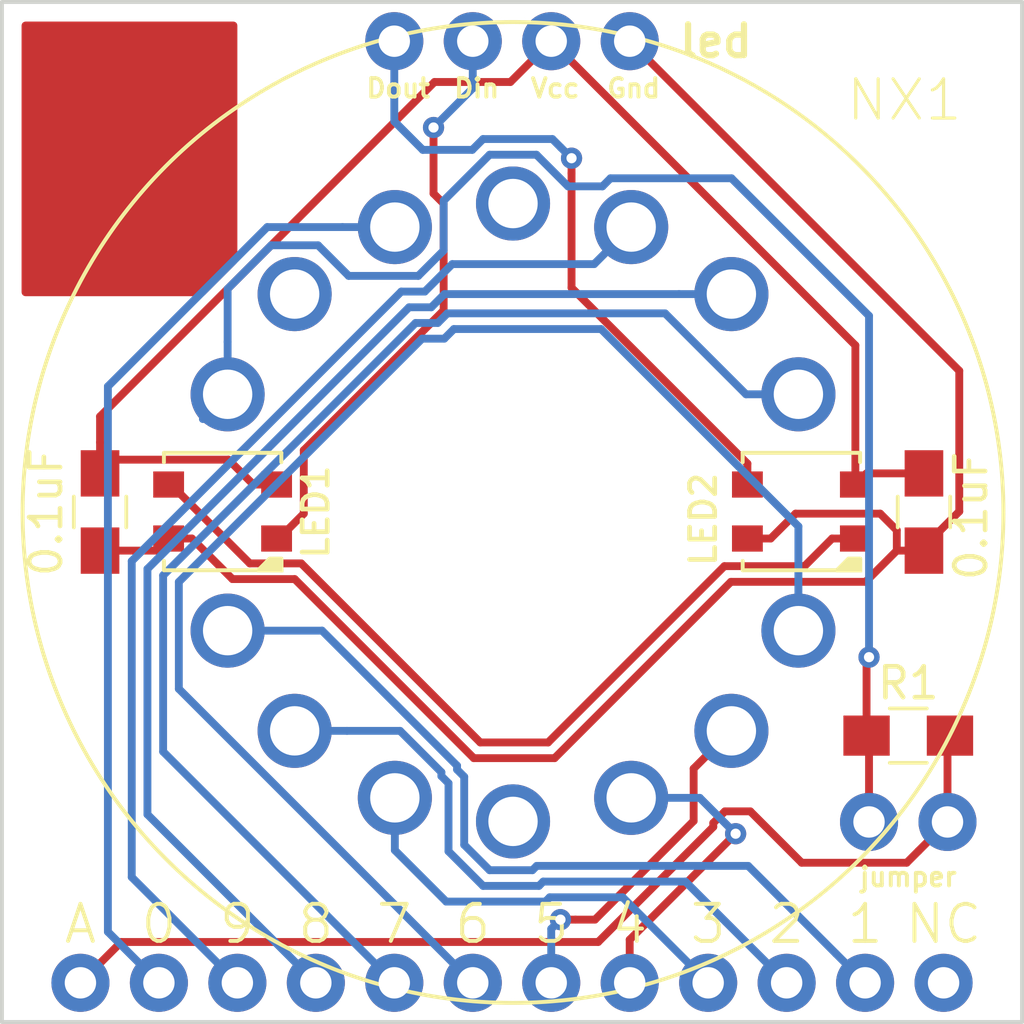
<source format=kicad_pcb>
(kicad_pcb (version 4) (host pcbnew 4.0.6)

  (general
    (links 25)
    (no_connects 0)
    (area 131.949735 88.836499 165.163501 123.99518)
    (thickness 1.6002)
    (drawings 21)
    (tracks 176)
    (zones 0)
    (modules 10)
    (nets 19)
  )

  (page A4)
  (layers
    (0 F.Cu signal)
    (31 B.Cu signal)
    (34 B.Paste user)
    (35 F.Paste user)
    (36 B.SilkS user)
    (37 F.SilkS user)
    (38 B.Mask user)
    (39 F.Mask user)
    (44 Edge.Cuts user)
  )

  (setup
    (last_trace_width 0.254)
    (user_trace_width 0.1524)
    (user_trace_width 0.2)
    (user_trace_width 0.25)
    (user_trace_width 0.3)
    (user_trace_width 0.4)
    (user_trace_width 0.5)
    (user_trace_width 0.6)
    (user_trace_width 0.8)
    (trace_clearance 0.254)
    (zone_clearance 0.1524)
    (zone_45_only no)
    (trace_min 0.1524)
    (segment_width 0.127)
    (edge_width 0.127)
    (via_size 0.6858)
    (via_drill 0.3302)
    (via_min_size 0.6858)
    (via_min_drill 0.3302)
    (uvia_size 0.508)
    (uvia_drill 0.127)
    (uvias_allowed no)
    (uvia_min_size 0.508)
    (uvia_min_drill 0.127)
    (pcb_text_width 0.127)
    (pcb_text_size 0.6 0.6)
    (mod_edge_width 0.127)
    (mod_text_size 0.6 0.6)
    (mod_text_width 0.127)
    (pad_size 1.524 1.524)
    (pad_drill 0.762)
    (pad_to_mask_clearance 0.05)
    (pad_to_paste_clearance -0.04)
    (aux_axis_origin 0 0)
    (grid_origin 160.02 119.38)
    (visible_elements 7FFFFF7F)
    (pcbplotparams
      (layerselection 0x3ffff_80000001)
      (usegerberextensions true)
      (usegerberattributes true)
      (excludeedgelayer true)
      (linewidth 0.127000)
      (plotframeref false)
      (viasonmask false)
      (mode 1)
      (useauxorigin false)
      (hpglpennumber 1)
      (hpglpenspeed 20)
      (hpglpendiameter 15)
      (hpglpenoverlay 2)
      (psnegative false)
      (psa4output false)
      (plotreference true)
      (plotvalue true)
      (plotinvisibletext false)
      (padsonsilk false)
      (subtractmaskfromsilk false)
      (outputformat 1)
      (mirror false)
      (drillshape 0)
      (scaleselection 1)
      (outputdirectory CAM/))
  )

  (net 0 "")
  (net 1 "Net-(C1-Pad1)")
  (net 2 "Net-(C1-Pad2)")
  (net 3 "Net-(JL1-Pad3)")
  (net 4 "Net-(JL1-Pad4)")
  (net 5 "Net-(JN1-Pad1)")
  (net 6 "Net-(JN1-Pad2)")
  (net 7 "Net-(JN1-Pad3)")
  (net 8 "Net-(JN1-Pad4)")
  (net 9 "Net-(JN1-Pad5)")
  (net 10 "Net-(JN1-Pad6)")
  (net 11 "Net-(JN1-Pad7)")
  (net 12 "Net-(JN1-Pad8)")
  (net 13 "Net-(JN1-Pad9)")
  (net 14 "Net-(JN1-Pad10)")
  (net 15 "Net-(JN1-Pad11)")
  (net 16 "Net-(JN1-Pad12)")
  (net 17 "Net-(JR1-Pad1)")
  (net 18 "Net-(LED1-Pad1-DO)")

  (net_class Default "Imperial - this is the standard class"
    (clearance 0.254)
    (trace_width 0.254)
    (via_dia 0.6858)
    (via_drill 0.3302)
    (uvia_dia 0.508)
    (uvia_drill 0.127)
    (add_net "Net-(C1-Pad1)")
    (add_net "Net-(C1-Pad2)")
    (add_net "Net-(JL1-Pad3)")
    (add_net "Net-(JL1-Pad4)")
    (add_net "Net-(JN1-Pad1)")
    (add_net "Net-(JN1-Pad10)")
    (add_net "Net-(JN1-Pad11)")
    (add_net "Net-(JN1-Pad12)")
    (add_net "Net-(JN1-Pad2)")
    (add_net "Net-(JN1-Pad3)")
    (add_net "Net-(JN1-Pad4)")
    (add_net "Net-(JN1-Pad5)")
    (add_net "Net-(JN1-Pad6)")
    (add_net "Net-(JN1-Pad7)")
    (add_net "Net-(JN1-Pad8)")
    (add_net "Net-(JN1-Pad9)")
    (add_net "Net-(JR1-Pad1)")
    (add_net "Net-(LED1-Pad1-DO)")
  )

  (net_class 0.2mm ""
    (clearance 0.2)
    (trace_width 0.2)
    (via_dia 0.6858)
    (via_drill 0.3302)
    (uvia_dia 0.508)
    (uvia_drill 0.127)
  )

  (net_class Minimal ""
    (clearance 0.1524)
    (trace_width 0.1524)
    (via_dia 0.6858)
    (via_drill 0.3302)
    (uvia_dia 0.508)
    (uvia_drill 0.127)
  )

  (module mynixies:mynixies-CD11 (layer F.Cu) (tedit 59829424) (tstamp 598280B1)
    (at 148.62302 105.42524)
    (path /59827EBB)
    (attr virtual)
    (fp_text reference NX1 (at 12.66698 -13.35024) (layer F.SilkS)
      (effects (font (size 1.27 1.27) (thickness 0.1016)))
    )
    (fp_text value CD11ALLPINS (at -10.16 0) (layer F.SilkS) hide
      (effects (font (size 1.27 1.27) (thickness 0.1016)))
    )
    (fp_circle (center 0 0) (end 0 -15.875) (layer F.SilkS) (width 0.127))
    (fp_text user Top (at 6.57098 -11.69924) (layer F.SilkS) hide
      (effects (font (size 1.27 1.27) (thickness 0.1016)))
    )
    (fp_text user Bottom (at 6.82498 11.66876) (layer F.SilkS) hide
      (effects (font (size 1.27 1.27) (thickness 0.1016)))
    )
    (pad 0 thru_hole circle (at -3.82524 -9.23798) (size 2.39776 2.39776) (drill 1.59766) (layers *.Cu *.Paste *.Mask)
      (net 15 "Net-(JN1-Pad11)"))
    (pad 1 thru_hole circle (at -9.23798 3.82524) (size 2.39776 2.39776) (drill 1.59766) (layers *.Cu *.Paste *.Mask)
      (net 6 "Net-(JN1-Pad2)"))
    (pad 2 thru_hole circle (at -7.06882 7.06882) (size 2.39776 2.39776) (drill 1.59766) (layers *.Cu *.Paste *.Mask)
      (net 7 "Net-(JN1-Pad3)"))
    (pad 3 thru_hole circle (at -3.82524 9.23798) (size 2.39776 2.39776) (drill 1.59766) (layers *.Cu *.Paste *.Mask)
      (net 8 "Net-(JN1-Pad4)"))
    (pad 4 thru_hole circle (at 3.82524 9.23798) (size 2.39776 2.39776) (drill 1.59766) (layers *.Cu *.Paste *.Mask)
      (net 9 "Net-(JN1-Pad5)"))
    (pad 5 thru_hole circle (at 7.06882 7.06882) (size 2.39776 2.39776) (drill 1.59766) (layers *.Cu *.Paste *.Mask)
      (net 10 "Net-(JN1-Pad6)"))
    (pad 6 thru_hole circle (at 9.23798 3.82524) (size 2.39776 2.39776) (drill 1.59766) (layers *.Cu *.Paste *.Mask)
      (net 11 "Net-(JN1-Pad7)"))
    (pad 7 thru_hole circle (at 9.23798 -3.82524) (size 2.39776 2.39776) (drill 1.59766) (layers *.Cu *.Paste *.Mask)
      (net 12 "Net-(JN1-Pad8)"))
    (pad 8 thru_hole circle (at 7.06882 -7.06882) (size 2.39776 2.39776) (drill 1.59766) (layers *.Cu *.Paste *.Mask)
      (net 13 "Net-(JN1-Pad9)"))
    (pad 9 thru_hole circle (at 3.82524 -9.23798) (size 2.39776 2.39776) (drill 1.59766) (layers *.Cu *.Paste *.Mask)
      (net 14 "Net-(JN1-Pad10)"))
    (pad A thru_hole circle (at -9.23798 -3.82524) (size 2.39776 2.39776) (drill 1.59766) (layers *.Cu *.Paste *.Mask)
      (net 17 "Net-(JR1-Pad1)"))
    (pad NC@1 thru_hole circle (at -7.06882 -7.06882) (size 2.39776 2.39776) (drill 1.59766) (layers *.Cu *.Paste *.Mask))
    (pad NC@2 thru_hole circle (at 0 -9.99998) (size 2.39776 2.39776) (drill 1.59766) (layers *.Cu *.Paste *.Mask))
    (pad NC@3 thru_hole circle (at 0 9.99998) (size 2.39776 2.39776) (drill 1.59766) (layers *.Cu *.Paste *.Mask))
    (pad "" np_thru_hole circle (at 0 0) (size 11.1125 11.1125) (drill 11.1125) (layers *.Cu *.Mask))
    (pad "" np_thru_hole circle (at 0 5.08) (size 3.96748 3.96748) (drill 3.96748) (layers *.Cu *.Mask))
  )

  (module Capacitors_SMD:C_0805_HandSoldering (layer F.Cu) (tedit 5982873D) (tstamp 592EAD86)
    (at 135.255 105.41 270)
    (descr "Capacitor SMD 0805, hand soldering")
    (tags "capacitor 0805")
    (path /592C7A4C)
    (attr smd)
    (fp_text reference C1 (at 0 -1.75 270) (layer F.SilkS) hide
      (effects (font (size 1 1) (thickness 0.15)))
    )
    (fp_text value 0.1uF (at 0 1.75 270) (layer F.SilkS)
      (effects (font (size 1 1) (thickness 0.15)))
    )
    (fp_text user %R (at 0 -1.75 270) (layer F.Fab)
      (effects (font (size 1 1) (thickness 0.15)))
    )
    (fp_line (start -1 0.62) (end -1 -0.62) (layer F.Fab) (width 0.1))
    (fp_line (start 1 0.62) (end -1 0.62) (layer F.Fab) (width 0.1))
    (fp_line (start 1 -0.62) (end 1 0.62) (layer F.Fab) (width 0.1))
    (fp_line (start -1 -0.62) (end 1 -0.62) (layer F.Fab) (width 0.1))
    (fp_line (start 0.5 -0.85) (end -0.5 -0.85) (layer F.SilkS) (width 0.12))
    (fp_line (start -0.5 0.85) (end 0.5 0.85) (layer F.SilkS) (width 0.12))
    (fp_line (start -2.25 -0.88) (end 2.25 -0.88) (layer F.CrtYd) (width 0.05))
    (fp_line (start -2.25 -0.88) (end -2.25 0.87) (layer F.CrtYd) (width 0.05))
    (fp_line (start 2.25 0.87) (end 2.25 -0.88) (layer F.CrtYd) (width 0.05))
    (fp_line (start 2.25 0.87) (end -2.25 0.87) (layer F.CrtYd) (width 0.05))
    (pad 1 smd rect (at -1.25 0 270) (size 1.5 1.25) (layers F.Cu F.Paste F.Mask)
      (net 1 "Net-(C1-Pad1)"))
    (pad 2 smd rect (at 1.25 0 270) (size 1.5 1.25) (layers F.Cu F.Paste F.Mask)
      (net 2 "Net-(C1-Pad2)"))
    (model Capacitors_SMD.3dshapes/C_0805.wrl
      (at (xyz 0 0 0))
      (scale (xyz 1 1 1))
      (rotate (xyz 0 0 0))
    )
  )

  (module Resistors_SMD:R_0805_HandSoldering (layer F.Cu) (tedit 58E0A804) (tstamp 592EAE0D)
    (at 161.417 112.649)
    (descr "Resistor SMD 0805, hand soldering")
    (tags "resistor 0805")
    (path /592C7A6F)
    (attr smd)
    (fp_text reference R1 (at 0 -1.7) (layer F.SilkS)
      (effects (font (size 1 1) (thickness 0.15)))
    )
    (fp_text value R (at 0 1.75) (layer F.Fab)
      (effects (font (size 1 1) (thickness 0.15)))
    )
    (fp_text user %R (at 0 0) (layer F.Fab)
      (effects (font (size 0.5 0.5) (thickness 0.075)))
    )
    (fp_line (start -1 0.62) (end -1 -0.62) (layer F.Fab) (width 0.1))
    (fp_line (start 1 0.62) (end -1 0.62) (layer F.Fab) (width 0.1))
    (fp_line (start 1 -0.62) (end 1 0.62) (layer F.Fab) (width 0.1))
    (fp_line (start -1 -0.62) (end 1 -0.62) (layer F.Fab) (width 0.1))
    (fp_line (start 0.6 0.88) (end -0.6 0.88) (layer F.SilkS) (width 0.12))
    (fp_line (start -0.6 -0.88) (end 0.6 -0.88) (layer F.SilkS) (width 0.12))
    (fp_line (start -2.35 -0.9) (end 2.35 -0.9) (layer F.CrtYd) (width 0.05))
    (fp_line (start -2.35 -0.9) (end -2.35 0.9) (layer F.CrtYd) (width 0.05))
    (fp_line (start 2.35 0.9) (end 2.35 -0.9) (layer F.CrtYd) (width 0.05))
    (fp_line (start 2.35 0.9) (end -2.35 0.9) (layer F.CrtYd) (width 0.05))
    (pad 1 smd rect (at -1.35 0) (size 1.5 1.3) (layers F.Cu F.Paste F.Mask)
      (net 17 "Net-(JR1-Pad1)"))
    (pad 2 smd rect (at 1.35 0) (size 1.5 1.3) (layers F.Cu F.Paste F.Mask)
      (net 16 "Net-(JN1-Pad12)"))
    (model ${KISYS3DMOD}/Resistors_SMD.3dshapes/R_0805.wrl
      (at (xyz 0 0 0))
      (scale (xyz 1 1 1))
      (rotate (xyz 0 0 0))
    )
  )

  (module logos:mermaid_l (layer F.Cu) (tedit 0) (tstamp 592FCD15)
    (at 135.255 93.98)
    (fp_text reference G*** (at 0 0) (layer F.SilkS) hide
      (effects (font (thickness 0.3)))
    )
    (fp_text value LOGO (at 0.75 0) (layer F.SilkS) hide
      (effects (font (thickness 0.3)))
    )
    (fp_poly (pts (xy 0.016811 -3.773536) (xy 0.035492 -3.771585) (xy 0.039687 -3.770741) (xy 0.079417 -3.757244)
      (xy 0.111324 -3.737775) (xy 0.124832 -3.725513) (xy 0.142677 -3.704599) (xy 0.153161 -3.684612)
      (xy 0.15793 -3.661447) (xy 0.15875 -3.64097) (xy 0.158058 -3.61993) (xy 0.155124 -3.604749)
      (xy 0.148654 -3.590748) (xy 0.141938 -3.580059) (xy 0.122141 -3.557766) (xy 0.098998 -3.544256)
      (xy 0.074141 -3.539962) (xy 0.049199 -3.545313) (xy 0.036501 -3.55221) (xy 0.025568 -3.560763)
      (xy 0.019906 -3.570026) (xy 0.017449 -3.584153) (xy 0.016932 -3.59157) (xy 0.016648 -3.608477)
      (xy 0.018904 -3.618133) (xy 0.024587 -3.623743) (xy 0.026084 -3.624592) (xy 0.039465 -3.627784)
      (xy 0.050441 -3.626922) (xy 0.059967 -3.622881) (xy 0.061919 -3.615123) (xy 0.060823 -3.608777)
      (xy 0.060289 -3.596153) (xy 0.064906 -3.590901) (xy 0.073078 -3.592235) (xy 0.083211 -3.599369)
      (xy 0.093713 -3.61152) (xy 0.102989 -3.6279) (xy 0.103896 -3.629997) (xy 0.108418 -3.643365)
      (xy 0.108287 -3.6547) (xy 0.103467 -3.669685) (xy 0.087643 -3.698859) (xy 0.064252 -3.721926)
      (xy 0.050164 -3.731216) (xy 0.036916 -3.737802) (xy 0.022748 -3.741623) (xy 0.004134 -3.743365)
      (xy -0.014288 -3.743716) (xy -0.040147 -3.742911) (xy -0.057394 -3.740394) (xy -0.064294 -3.73724)
      (xy -0.073648 -3.731439) (xy -0.077728 -3.730626) (xy -0.088165 -3.726605) (xy -0.102163 -3.716065)
      (xy -0.117406 -3.701291) (xy -0.131579 -3.684564) (xy -0.142367 -3.668169) (xy -0.143717 -3.665542)
      (xy -0.151883 -3.648712) (xy -0.159332 -3.633251) (xy -0.163088 -3.620111) (xy -0.165384 -3.598867)
      (xy -0.16631 -3.568514) (xy -0.166318 -3.553876) (xy -0.166026 -3.5265) (xy -0.165145 -3.506715)
      (xy -0.163111 -3.491529) (xy -0.159359 -3.477949) (xy -0.153324 -3.462983) (xy -0.14625 -3.447521)
      (xy -0.121753 -3.405235) (xy -0.0903 -3.36927) (xy -0.051325 -3.33924) (xy -0.004264 -3.314759)
      (xy 0.051447 -3.295441) (xy 0.089958 -3.28602) (xy 0.119366 -3.282227) (xy 0.156195 -3.281263)
      (xy 0.197719 -3.282946) (xy 0.241212 -3.28709) (xy 0.283951 -3.293513) (xy 0.321687 -3.301638)
      (xy 0.342155 -3.307861) (xy 0.360849 -3.315263) (xy 0.376278 -3.322945) (xy 0.386953 -3.330006)
      (xy 0.391385 -3.335547) (xy 0.388082 -3.338667) (xy 0.383597 -3.339042) (xy 0.373649 -3.342219)
      (xy 0.357833 -3.350734) (xy 0.338335 -3.36306) (xy 0.317344 -3.377673) (xy 0.297047 -3.393046)
      (xy 0.279632 -3.407655) (xy 0.267286 -3.419973) (xy 0.26692 -3.420407) (xy 0.246827 -3.446164)
      (xy 0.232225 -3.469838) (xy 0.221889 -3.494463) (xy 0.214597 -3.523071) (xy 0.209127 -3.558694)
      (xy 0.208269 -3.565849) (xy 0.208225 -3.599519) (xy 0.214696 -3.635439) (xy 0.226608 -3.670269)
      (xy 0.242885 -3.700666) (xy 0.257355 -3.718587) (xy 0.284712 -3.739246) (xy 0.316451 -3.752322)
      (xy 0.350326 -3.757709) (xy 0.384089 -3.755304) (xy 0.415495 -3.745003) (xy 0.441854 -3.727116)
      (xy 0.456743 -3.708989) (xy 0.464158 -3.687733) (xy 0.465666 -3.667574) (xy 0.46447 -3.649678)
      (xy 0.459418 -3.636679) (xy 0.44831 -3.623019) (xy 0.447843 -3.622523) (xy 0.432662 -3.60928)
      (xy 0.418526 -3.60395) (xy 0.413448 -3.603625) (xy 0.394908 -3.608269) (xy 0.381565 -3.620647)
      (xy 0.375782 -3.638431) (xy 0.375708 -3.640833) (xy 0.378805 -3.655072) (xy 0.386689 -3.660815)
      (xy 0.397247 -3.657238) (xy 0.40302 -3.65151) (xy 0.411119 -3.643576) (xy 0.417703 -3.64383)
      (xy 0.420717 -3.645984) (xy 0.426691 -3.656909) (xy 0.428309 -3.673525) (xy 0.425542 -3.691863)
      (xy 0.421138 -3.703294) (xy 0.410709 -3.716673) (xy 0.399156 -3.725521) (xy 0.381042 -3.731036)
      (xy 0.358057 -3.732598) (xy 0.335132 -3.730244) (xy 0.318905 -3.724949) (xy 0.298369 -3.711409)
      (xy 0.278961 -3.693672) (xy 0.264484 -3.675356) (xy 0.26187 -3.670693) (xy 0.258107 -3.658302)
      (xy 0.255508 -3.640465) (xy 0.254155 -3.620218) (xy 0.254128 -3.6006) (xy 0.25551 -3.584648)
      (xy 0.258381 -3.5754) (xy 0.259291 -3.574521) (xy 0.263387 -3.567227) (xy 0.264583 -3.558334)
      (xy 0.266434 -3.54854) (xy 0.269875 -3.545417) (xy 0.274956 -3.541344) (xy 0.275166 -3.539772)
      (xy 0.278369 -3.532005) (xy 0.286651 -3.519125) (xy 0.298022 -3.503894) (xy 0.310492 -3.489074)
      (xy 0.315691 -3.483521) (xy 0.332808 -3.469181) (xy 0.356966 -3.453086) (xy 0.385192 -3.436898)
      (xy 0.41451 -3.422278) (xy 0.441945 -3.410886) (xy 0.451563 -3.407656) (xy 0.513508 -3.39253)
      (xy 0.572008 -3.386659) (xy 0.6285 -3.390216) (xy 0.684423 -3.403376) (xy 0.741216 -3.42631)
      (xy 0.78052 -3.447259) (xy 0.817352 -3.46804) (xy 0.848125 -3.483558) (xy 0.875501 -3.494552)
      (xy 0.902139 -3.501759) (xy 0.9307 -3.505917) (xy 0.963843 -3.507764) (xy 0.999762 -3.50806)
      (xy 1.029829 -3.507596) (xy 1.058475 -3.506543) (xy 1.08289 -3.505047) (xy 1.100268 -3.50325)
      (xy 1.103312 -3.502746) (xy 1.124251 -3.498943) (xy 1.148566 -3.494739) (xy 1.16152 -3.492588)
      (xy 1.183437 -3.488718) (xy 1.205109 -3.484407) (xy 1.21576 -3.482026) (xy 1.242534 -3.475574)
      (xy 1.261268 -3.470981) (xy 1.27422 -3.467665) (xy 1.283649 -3.465044) (xy 1.29181 -3.462534)
      (xy 1.293812 -3.46189) (xy 1.330054 -3.447173) (xy 1.362613 -3.428217) (xy 1.390124 -3.406284)
      (xy 1.411222 -3.382636) (xy 1.42454 -3.358536) (xy 1.428749 -3.337087) (xy 1.430965 -3.31796)
      (xy 1.436932 -3.293293) (xy 1.445634 -3.266996) (xy 1.4496 -3.257021) (xy 1.460028 -3.223921)
      (xy 1.465344 -3.188889) (xy 1.465701 -3.173183) (xy 1.465206 -3.152449) (xy 1.465622 -3.140318)
      (xy 1.467505 -3.134815) (xy 1.471411 -3.133966) (xy 1.476375 -3.135313) (xy 1.485246 -3.136563)
      (xy 1.485546 -3.132317) (xy 1.477379 -3.123141) (xy 1.473497 -3.119686) (xy 1.464568 -3.110292)
      (xy 1.463129 -3.101507) (xy 1.465406 -3.093994) (xy 1.472998 -3.082438) (xy 1.485846 -3.06985)
      (xy 1.491895 -3.065257) (xy 1.507592 -3.051442) (xy 1.513053 -3.038041) (xy 1.508312 -3.023896)
      (xy 1.493572 -3.007997) (xy 1.481954 -2.996879) (xy 1.477871 -2.989625) (xy 1.480148 -2.984092)
      (xy 1.480343 -2.983889) (xy 1.48489 -2.973373) (xy 1.486712 -2.956585) (xy 1.485771 -2.93749)
      (xy 1.482027 -2.920051) (xy 1.481007 -2.917281) (xy 1.468042 -2.883178) (xy 1.459777 -2.85676)
      (xy 1.455764 -2.836468) (xy 1.455208 -2.827306) (xy 1.451635 -2.812089) (xy 1.440656 -2.801224)
      (xy 1.433744 -2.797314) (xy 1.425278 -2.794661) (xy 1.41333 -2.793085) (xy 1.395971 -2.79241)
      (xy 1.371273 -2.792457) (xy 1.349375 -2.792809) (xy 1.31873 -2.793255) (xy 1.296659 -2.793112)
      (xy 1.281157 -2.792186) (xy 1.270221 -2.790279) (xy 1.261849 -2.787196) (xy 1.255447 -2.783626)
      (xy 1.244268 -2.774775) (xy 1.238474 -2.766405) (xy 1.23825 -2.764974) (xy 1.235863 -2.757876)
      (xy 1.233805 -2.756959) (xy 1.229201 -2.752098) (xy 1.223916 -2.739092) (xy 1.218503 -2.720308)
      (xy 1.213515 -2.698112) (xy 1.209506 -2.674871) (xy 1.207028 -2.652951) (xy 1.2065 -2.640132)
      (xy 1.207874 -2.614203) (xy 1.211589 -2.582523) (xy 1.217032 -2.549504) (xy 1.222776 -2.522803)
      (xy 1.235661 -2.473043) (xy 1.247332 -2.433315) (xy 1.257929 -2.403156) (xy 1.259293 -2.399771)
      (xy 1.264013 -2.387513) (xy 1.269636 -2.371955) (xy 1.270086 -2.370667) (xy 1.278721 -2.347809)
      (xy 1.289907 -2.322021) (xy 1.304888 -2.290463) (xy 1.308378 -2.283355) (xy 1.317963 -2.259043)
      (xy 1.323702 -2.234224) (xy 1.325348 -2.211548) (xy 1.322652 -2.19366) (xy 1.317561 -2.184909)
      (xy 1.307186 -2.176016) (xy 1.292853 -2.165074) (xy 1.277255 -2.153968) (xy 1.263087 -2.144581)
      (xy 1.253044 -2.138797) (xy 1.250232 -2.137834) (xy 1.242386 -2.13401) (xy 1.231208 -2.124466)
      (xy 1.219519 -2.11209) (xy 1.21014 -2.099773) (xy 1.206613 -2.093154) (xy 1.204218 -2.073293)
      (xy 1.210459 -2.048342) (xy 1.211685 -2.04523) (xy 1.220793 -2.023791) (xy 1.23213 -1.998543)
      (xy 1.244765 -1.971403) (xy 1.257766 -1.944284) (xy 1.270202 -1.9191) (xy 1.281142 -1.897767)
      (xy 1.289653 -1.882198) (xy 1.294804 -1.874308) (xy 1.294911 -1.874195) (xy 1.300737 -1.866426)
      (xy 1.30175 -1.863411) (xy 1.305702 -1.855954) (xy 1.316422 -1.843726) (xy 1.332206 -1.828296)
      (xy 1.351351 -1.811235) (xy 1.372151 -1.794113) (xy 1.392903 -1.778501) (xy 1.397 -1.775628)
      (xy 1.412481 -1.764474) (xy 1.432822 -1.749179) (xy 1.456251 -1.731147) (xy 1.480994 -1.711783)
      (xy 1.505277 -1.692489) (xy 1.527327 -1.674669) (xy 1.54537 -1.659728) (xy 1.557633 -1.649068)
      (xy 1.561041 -1.645785) (xy 1.566531 -1.641261) (xy 1.577559 -1.632846) (xy 1.584854 -1.62743)
      (xy 1.599074 -1.616479) (xy 1.610642 -1.606732) (xy 1.613958 -1.603563) (xy 1.621166 -1.597319)
      (xy 1.63503 -1.586326) (xy 1.653625 -1.57203) (xy 1.675029 -1.555881) (xy 1.697317 -1.539326)
      (xy 1.718566 -1.523814) (xy 1.736854 -1.510793) (xy 1.740958 -1.507944) (xy 1.75542 -1.497422)
      (xy 1.767734 -1.487559) (xy 1.769672 -1.48584) (xy 1.781335 -1.477351) (xy 1.789516 -1.473434)
      (xy 1.797549 -1.469117) (xy 1.799166 -1.466423) (xy 1.803588 -1.462135) (xy 1.814535 -1.456503)
      (xy 1.817687 -1.455209) (xy 1.829662 -1.449593) (xy 1.835937 -1.444862) (xy 1.836208 -1.4441)
      (xy 1.840779 -1.440501) (xy 1.852852 -1.434525) (xy 1.869967 -1.42737) (xy 1.872824 -1.426267)
      (xy 1.88894 -1.420424) (xy 1.902804 -1.416562) (xy 1.917198 -1.414357) (xy 1.934907 -1.413483)
      (xy 1.958714 -1.413615) (xy 1.977334 -1.414048) (xy 2.011477 -1.415666) (xy 2.050591 -1.418652)
      (xy 2.089221 -1.422539) (xy 2.114726 -1.425785) (xy 2.14488 -1.42989) (xy 2.16751 -1.432256)
      (xy 2.18552 -1.432964) (xy 2.201812 -1.432095) (xy 2.219288 -1.429731) (xy 2.224528 -1.428856)
      (xy 2.245404 -1.424861) (xy 2.257747 -1.421152) (xy 2.263552 -1.416902) (xy 2.264833 -1.412127)
      (xy 2.263508 -1.406717) (xy 2.257986 -1.403732) (xy 2.245944 -1.402491) (xy 2.231409 -1.402292)
      (xy 2.207764 -1.401303) (xy 2.182238 -1.398663) (xy 2.158033 -1.394866) (xy 2.138355 -1.390404)
      (xy 2.12725 -1.386276) (xy 2.123304 -1.383434) (xy 2.123829 -1.381057) (xy 2.130164 -1.378752)
      (xy 2.143652 -1.376125) (xy 2.165634 -1.37278) (xy 2.180166 -1.370725) (xy 2.208747 -1.366286)
      (xy 2.230983 -1.361492) (xy 2.251087 -1.355226) (xy 2.27327 -1.34637) (xy 2.275416 -1.345449)
      (xy 2.291879 -1.337058) (xy 2.307873 -1.326809) (xy 2.32072 -1.316668) (xy 2.327745 -1.308602)
      (xy 2.328333 -1.306591) (xy 2.323743 -1.304335) (xy 2.312281 -1.304011) (xy 2.297402 -1.305252)
      (xy 2.282566 -1.307694) (xy 2.271229 -1.31097) (xy 2.267743 -1.312991) (xy 2.258675 -1.31683)
      (xy 2.251604 -1.317626) (xy 2.239817 -1.320172) (xy 2.234786 -1.323331) (xy 2.225761 -1.326846)
      (xy 2.213884 -1.326984) (xy 2.204136 -1.325219) (xy 2.204029 -1.323129) (xy 2.20927 -1.320799)
      (xy 2.23606 -1.310129) (xy 2.25511 -1.301894) (xy 2.268643 -1.294964) (xy 2.278885 -1.288209)
      (xy 2.287322 -1.281169) (xy 2.296853 -1.2715) (xy 2.301715 -1.264499) (xy 2.301875 -1.263719)
      (xy 2.297454 -1.259587) (xy 2.285098 -1.260225) (xy 2.266162 -1.265338) (xy 2.242005 -1.274631)
      (xy 2.232778 -1.27872) (xy 2.210862 -1.287938) (xy 2.195226 -1.292907) (xy 2.186673 -1.293593)
      (xy 2.186011 -1.289959) (xy 2.194044 -1.28197) (xy 2.19612 -1.28034) (xy 2.207237 -1.273141)
      (xy 2.215319 -1.270118) (xy 2.221801 -1.265714) (xy 2.226876 -1.256324) (xy 2.227791 -1.251047)
      (xy 2.223516 -1.248302) (xy 2.212505 -1.249392) (xy 2.197482 -1.253408) (xy 2.181171 -1.259436)
      (xy 2.166296 -1.266566) (xy 2.15558 -1.273887) (xy 2.153708 -1.275833) (xy 2.146702 -1.280288)
      (xy 2.132687 -1.286789) (xy 2.114695 -1.294037) (xy 2.095756 -1.300732) (xy 2.095124 -1.300937)
      (xy 2.07869 -1.304461) (xy 2.057774 -1.306667) (xy 2.046312 -1.307042) (xy 2.028903 -1.306558)
      (xy 2.018807 -1.304253) (xy 2.012768 -1.298853) (xy 2.009183 -1.29249) (xy 2.005287 -1.278785)
      (xy 2.008579 -1.265874) (xy 2.019902 -1.252443) (xy 2.040101 -1.237179) (xy 2.048014 -1.232048)
      (xy 2.069352 -1.218173) (xy 2.083328 -1.207722) (xy 2.091758 -1.198848) (xy 2.096459 -1.189706)
      (xy 2.098878 -1.180349) (xy 2.099775 -1.168122) (xy 2.095521 -1.163627) (xy 2.094838 -1.16354)
      (xy 2.077123 -1.165005) (xy 2.064663 -1.173081) (xy 2.054291 -1.180457) (xy 2.036679 -1.190046)
      (xy 2.014573 -1.20055) (xy 1.990717 -1.210671) (xy 1.967857 -1.219114) (xy 1.965854 -1.219776)
      (xy 1.928101 -1.233609) (xy 1.898307 -1.248381) (xy 1.87387 -1.26573) (xy 1.852189 -1.287294)
      (xy 1.844908 -1.29597) (xy 1.82922 -1.314316) (xy 1.813605 -1.330793) (xy 1.80082 -1.342542)
      (xy 1.797992 -1.344686) (xy 1.786309 -1.353213) (xy 1.778836 -1.359346) (xy 1.778 -1.360236)
      (xy 1.771224 -1.365606) (xy 1.75693 -1.374794) (xy 1.736985 -1.386729) (xy 1.713259 -1.400343)
      (xy 1.687619 -1.414565) (xy 1.661936 -1.428326) (xy 1.638076 -1.440557) (xy 1.635125 -1.442019)
      (xy 1.587553 -1.46584) (xy 1.546283 -1.487396) (xy 1.507857 -1.50852) (xy 1.481666 -1.52353)
      (xy 1.464862 -1.532936) (xy 1.450648 -1.540248) (xy 1.443302 -1.543429) (xy 1.435482 -1.548118)
      (xy 1.434041 -1.551076) (xy 1.429946 -1.555562) (xy 1.42835 -1.55575) (xy 1.421455 -1.558368)
      (xy 1.407463 -1.565519) (xy 1.388265 -1.576151) (xy 1.365753 -1.589212) (xy 1.341819 -1.60365)
      (xy 1.338081 -1.605957) (xy 1.328838 -1.611626) (xy 1.314356 -1.620452) (xy 1.303686 -1.626934)
      (xy 1.289183 -1.635949) (xy 1.278713 -1.64286) (xy 1.275291 -1.645485) (xy 1.269816 -1.650117)
      (xy 1.258818 -1.65865) (xy 1.251479 -1.66417) (xy 1.234056 -1.677274) (xy 1.220686 -1.687881)
      (xy 1.208649 -1.698391) (xy 1.195222 -1.711206) (xy 1.177684 -1.728725) (xy 1.173427 -1.733021)
      (xy 1.154691 -1.753203) (xy 1.136473 -1.774958) (xy 1.121826 -1.794574) (xy 1.117957 -1.80049)
      (xy 1.107458 -1.815879) (xy 1.098096 -1.826821) (xy 1.091977 -1.830917) (xy 1.085418 -1.828569)
      (xy 1.084785 -1.826948) (xy 1.081627 -1.820717) (xy 1.073818 -1.810294) (xy 1.071556 -1.807605)
      (xy 1.063024 -1.796859) (xy 1.058535 -1.789598) (xy 1.058333 -1.788759) (xy 1.055116 -1.78268)
      (xy 1.048847 -1.77503) (xy 1.038358 -1.760344) (xy 1.026121 -1.737991) (xy 1.013216 -1.710506)
      (xy 1.00072 -1.680421) (xy 0.989714 -1.650268) (xy 0.981275 -1.622581) (xy 0.977986 -1.608667)
      (xy 0.968972 -1.562362) (xy 0.962328 -1.523365) (xy 0.95779 -1.488735) (xy 0.955093 -1.45553)
      (xy 0.953972 -1.420809) (xy 0.954162 -1.38163) (xy 0.954874 -1.352021) (xy 0.955956 -1.318336)
      (xy 0.957154 -1.287144) (xy 0.958377 -1.260422) (xy 0.959534 -1.240144) (xy 0.960534 -1.228284)
      (xy 0.960617 -1.227667) (xy 0.961429 -1.217554) (xy 0.962358 -1.198447) (xy 0.96335 -1.171939)
      (xy 0.964353 -1.139617) (xy 0.96531 -1.103071) (xy 0.96617 -1.063891) (xy 0.966176 -1.063625)
      (xy 0.966988 -1.016579) (xy 0.967314 -0.977779) (xy 0.967075 -0.9449) (xy 0.96619 -0.915612)
      (xy 0.964579 -0.887587) (xy 0.962164 -0.858498) (xy 0.958863 -0.826017) (xy 0.95765 -0.814917)
      (xy 0.951084 -0.75682) (xy 0.945176 -0.707679) (xy 0.939682 -0.665903) (xy 0.934356 -0.629902)
      (xy 0.928956 -0.598088) (xy 0.923235 -0.56887) (xy 0.916949 -0.54066) (xy 0.912885 -0.523875)
      (xy 0.906794 -0.498662) (xy 0.901413 -0.475129) (xy 0.897462 -0.456489) (xy 0.895973 -0.44834)
      (xy 0.892856 -0.434708) (xy 0.889085 -0.426281) (xy 0.888285 -0.425538) (xy 0.884592 -0.418555)
      (xy 0.883669 -0.411115) (xy 0.882028 -0.401383) (xy 0.877635 -0.38436) (xy 0.871226 -0.362746)
      (xy 0.866028 -0.346605) (xy 0.857767 -0.321534) (xy 0.84996 -0.297435) (xy 0.843739 -0.277819)
      (xy 0.841302 -0.269875) (xy 0.836378 -0.25453) (xy 0.832191 -0.243342) (xy 0.830942 -0.240771)
      (xy 0.827336 -0.232696) (xy 0.822295 -0.21902) (xy 0.820702 -0.214313) (xy 0.81395 -0.195276)
      (xy 0.806669 -0.176625) (xy 0.80583 -0.174625) (xy 0.798972 -0.158321) (xy 0.792944 -0.14374)
      (xy 0.792593 -0.142875) (xy 0.786649 -0.129107) (xy 0.782549 -0.120458) (xy 0.778574 -0.110063)
      (xy 0.777875 -0.105842) (xy 0.775639 -0.099184) (xy 0.769428 -0.084596) (xy 0.759982 -0.063622)
      (xy 0.748042 -0.037806) (xy 0.734349 -0.008691) (xy 0.719644 0.022178) (xy 0.704668 0.053257)
      (xy 0.690162 0.083002) (xy 0.676867 0.10987) (xy 0.665523 0.132316) (xy 0.656873 0.148797)
      (xy 0.651656 0.157769) (xy 0.650888 0.15875) (xy 0.64704 0.164585) (xy 0.640139 0.176579)
      (xy 0.635415 0.185208) (xy 0.622667 0.207639) (xy 0.605809 0.235506) (xy 0.586295 0.266573)
      (xy 0.565581 0.298607) (xy 0.545121 0.329373) (xy 0.52637 0.356639) (xy 0.510784 0.378168)
      (xy 0.504464 0.386291) (xy 0.49882 0.393433) (xy 0.48822 0.406992) (xy 0.474188 0.425014)
      (xy 0.458423 0.445321) (xy 0.386268 0.531586) (xy 0.305323 0.615902) (xy 0.217382 0.696433)
      (xy 0.193138 0.716902) (xy 0.177764 0.729736) (xy 0.165728 0.739925) (xy 0.159212 0.745619)
      (xy 0.15875 0.74607) (xy 0.15364 0.750212) (xy 0.141905 0.75919) (xy 0.125441 0.771566)
      (xy 0.111125 0.782215) (xy 0.091503 0.796811) (xy 0.074346 0.809688) (xy 0.061903 0.819151)
      (xy 0.057234 0.822811) (xy 0.046348 0.830914) (xy 0.033422 0.839659) (xy 0.019429 0.849492)
      (xy 0.008262 0.85853) (xy -0.00115 0.865562) (xy -0.006772 0.867833) (xy -0.013177 0.871028)
      (xy -0.024494 0.879231) (xy -0.033185 0.886354) (xy -0.046046 0.896711) (xy -0.055853 0.903433)
      (xy -0.059243 0.904875) (xy -0.065136 0.907527) (xy -0.076973 0.9143) (xy -0.09191 0.923419)
      (xy -0.107104 0.933106) (xy -0.119711 0.941585) (xy -0.126887 0.947081) (xy -0.127 0.947193)
      (xy -0.133129 0.951521) (xy -0.142875 0.957378) (xy -0.152011 0.962765) (xy -0.168175 0.972485)
      (xy -0.189376 0.985333) (xy -0.213623 1.000104) (xy -0.223801 1.006326) (xy -0.247553 1.020777)
      (xy -0.267952 1.033032) (xy -0.283378 1.04213) (xy -0.292207 1.047106) (xy -0.293632 1.04775)
      (xy -0.298902 1.050229) (xy -0.310818 1.056768) (xy -0.326931 1.066017) (xy -0.328991 1.067222)
      (xy -0.356603 1.083148) (xy -0.386048 1.099703) (xy -0.414493 1.115327) (xy -0.439106 1.128464)
      (xy -0.455084 1.136599) (xy -0.467632 1.14309) (xy -0.475484 1.147821) (xy -0.47625 1.148468)
      (xy -0.481786 1.151903) (xy -0.494692 1.158989) (xy -0.512891 1.168607) (xy -0.529167 1.177013)
      (xy -0.578322 1.202179) (xy -0.622845 1.225001) (xy -0.661951 1.245075) (xy -0.694854 1.261998)
      (xy -0.720769 1.275365) (xy -0.73891 1.284772) (xy -0.748492 1.289816) (xy -0.748968 1.290075)
      (xy -0.758048 1.294813) (xy -0.773987 1.302904) (xy -0.794153 1.313017) (xy -0.80698 1.3194)
      (xy -0.881231 1.35675) (xy -0.94652 1.390707) (xy -1.003734 1.421745) (xy -1.05376 1.450342)
      (xy -1.076855 1.464177) (xy -1.090458 1.471801) (xy -1.098021 1.475597) (xy -1.105412 1.479911)
      (xy -1.119579 1.488876) (xy -1.138874 1.501392) (xy -1.161647 1.516359) (xy -1.18625 1.532677)
      (xy -1.211035 1.549246) (xy -1.234352 1.564966) (xy -1.254552 1.578737) (xy -1.269988 1.58946)
      (xy -1.279009 1.596033) (xy -1.280584 1.5974) (xy -1.28583 1.602217) (xy -1.296881 1.611472)
      (xy -1.309688 1.621833) (xy -1.369914 1.675393) (xy -1.421218 1.732685) (xy -1.463288 1.79318)
      (xy -1.495811 1.856346) (xy -1.518476 1.921651) (xy -1.530971 1.988566) (xy -1.532115 2.00072)
      (xy -1.533533 2.021291) (xy -1.533389 2.03401) (xy -1.531178 2.041555) (xy -1.526396 2.046606)
      (xy -1.523028 2.048937) (xy -1.508982 2.055507) (xy -1.492365 2.060056) (xy -1.492229 2.060079)
      (xy -1.452691 2.067475) (xy -1.418964 2.075738) (xy -1.394355 2.083271) (xy -1.372487 2.090356)
      (xy -1.346337 2.098616) (xy -1.322917 2.10585) (xy -1.302468 2.112199) (xy -1.284909 2.117877)
      (xy -1.273608 2.12179) (xy -1.272646 2.122164) (xy -1.262724 2.125949) (xy -1.246121 2.132103)
      (xy -1.226116 2.139411) (xy -1.222375 2.140766) (xy -1.203039 2.148094) (xy -1.187481 2.154598)
      (xy -1.178496 2.159093) (xy -1.177661 2.159711) (xy -1.168071 2.163984) (xy -1.164987 2.164291)
      (xy -1.156849 2.166561) (xy -1.141251 2.172762) (xy -1.120145 2.181983) (xy -1.095482 2.193313)
      (xy -1.069213 2.20584) (xy -1.043289 2.218653) (xy -1.019661 2.230841) (xy -1.002771 2.240067)
      (xy -0.979183 2.253619) (xy -0.954406 2.268128) (xy -0.930964 2.28209) (xy -0.911386 2.293997)
      (xy -0.898196 2.302344) (xy -0.897227 2.302991) (xy -0.84537 2.340492) (xy -0.792658 2.383257)
      (xy -0.741528 2.42907) (xy -0.694416 2.475712) (xy -0.653759 2.520968) (xy -0.642579 2.534708)
      (xy -0.628634 2.552018) (xy -0.616971 2.565902) (xy -0.609232 2.574434) (xy -0.607219 2.576159)
      (xy -0.603295 2.582213) (xy -0.60325 2.582995) (xy -0.599953 2.59017) (xy -0.592419 2.599694)
      (xy -0.584795 2.609595) (xy -0.573492 2.626331) (xy -0.559985 2.647494) (xy -0.545751 2.670677)
      (xy -0.532266 2.693472) (xy -0.521004 2.713471) (xy -0.513442 2.728265) (xy -0.512956 2.729342)
      (xy -0.506925 2.740667) (xy -0.501953 2.746251) (xy -0.501417 2.746375) (xy -0.497764 2.750622)
      (xy -0.497417 2.753524) (xy -0.495063 2.76201) (xy -0.489037 2.775934) (xy -0.484188 2.785554)
      (xy -0.476676 2.800966) (xy -0.471883 2.81327) (xy -0.470959 2.817651) (xy -0.468504 2.82541)
      (xy -0.46699 2.826631) (xy -0.463351 2.832354) (xy -0.457475 2.846051) (xy -0.450118 2.865545)
      (xy -0.442034 2.888659) (xy -0.433976 2.913215) (xy -0.4267 2.937036) (xy -0.420958 2.957944)
      (xy -0.419645 2.963333) (xy -0.414816 2.982772) (xy -0.410227 2.999259) (xy -0.40721 3.008312)
      (xy -0.403349 3.020934) (xy -0.400065 3.036847) (xy -0.399977 3.037416) (xy -0.397973 3.049953)
      (xy -0.394675 3.070065) (xy -0.390554 3.094892) (xy -0.386442 3.119437) (xy -0.382507 3.145522)
      (xy -0.379552 3.172135) (xy -0.377442 3.20146) (xy -0.376041 3.23568) (xy -0.375217 3.276977)
      (xy -0.374941 3.306237) (xy -0.374907 3.341428) (xy -0.375253 3.373114) (xy -0.375932 3.399753)
      (xy -0.376895 3.4198) (xy -0.378095 3.431711) (xy -0.378888 3.43429) (xy -0.385103 3.433466)
      (xy -0.398593 3.427213) (xy -0.41801 3.416235) (xy -0.441209 3.401752) (xy -0.483878 3.374892)
      (xy -0.526415 3.34985) (xy -0.571041 3.325433) (xy -0.619976 3.30045) (xy -0.67544 3.27371)
      (xy -0.709084 3.258031) (xy -0.744498 3.241758) (xy -0.773275 3.228687) (xy -0.794644 3.21916)
      (xy -0.807839 3.213522) (xy -0.812017 3.212041) (xy -0.817473 3.210007) (xy -0.830202 3.204577)
      (xy -0.847855 3.196764) (xy -0.855541 3.193302) (xy -0.87586 3.184131) (xy -0.893504 3.176218)
      (xy -0.905456 3.170914) (xy -0.907521 3.170016) (xy -0.918356 3.165316) (xy -0.934412 3.158299)
      (xy -0.944563 3.153846) (xy -0.976212 3.140021) (xy -0.999364 3.130101) (xy -1.015151 3.123604)
      (xy -1.018646 3.12224) (xy -1.034695 3.115354) (xy -1.057193 3.104752) (xy -1.083338 3.091857)
      (xy -1.110325 3.078089) (xy -1.135352 3.064868) (xy -1.155614 3.053616) (xy -1.164167 3.048495)
      (xy -1.18064 3.036718) (xy -1.199817 3.020816) (xy -1.220061 3.002427) (xy -1.239737 2.983188)
      (xy -1.257209 2.964736) (xy -1.27084 2.948708) (xy -1.278994 2.936743) (xy -1.280584 2.931984)
      (xy -1.284494 2.925639) (xy -1.284991 2.925409) (xy -1.290019 2.9202) (xy -1.298403 2.9087)
      (xy -1.308276 2.893826) (xy -1.317775 2.878494) (xy -1.325035 2.865619) (xy -1.32819 2.858117)
      (xy -1.328209 2.857838) (xy -1.332 2.851529) (xy -1.332427 2.851326) (xy -1.337013 2.84591)
      (xy -1.344025 2.834059) (xy -1.348297 2.82575) (xy -1.354863 2.813311) (xy -1.359169 2.807024)
      (xy -1.360124 2.807229) (xy -1.360267 2.814002) (xy -1.360556 2.829563) (xy -1.360961 2.852114)
      (xy -1.361448 2.879861) (xy -1.36193 2.90777) (xy -1.363484 2.959059) (xy -1.366614 3.002125)
      (xy -1.371909 3.039285) (xy -1.379955 3.072855) (xy -1.391341 3.105149) (xy -1.406655 3.138482)
      (xy -1.426484 3.175172) (xy -1.432473 3.185583) (xy -1.441516 3.200851) (xy -1.454792 3.222887)
      (xy -1.470945 3.249473) (xy -1.488616 3.278392) (xy -1.506447 3.307427) (xy -1.523079 3.334361)
      (xy -1.537156 3.356975) (xy -1.546782 3.372217) (xy -1.556574 3.387882) (xy -1.563588 3.399817)
      (xy -1.566333 3.405482) (xy -1.566334 3.405513) (xy -1.569332 3.411428) (xy -1.571875 3.414671)
      (xy -1.578955 3.424037) (xy -1.58836 3.437955) (xy -1.598309 3.453578) (xy -1.607021 3.468061)
      (xy -1.612717 3.478559) (xy -1.613959 3.481937) (xy -1.617841 3.488012) (xy -1.618012 3.48809)
      (xy -1.62267 3.49336) (xy -1.6306 3.505128) (xy -1.640113 3.520543) (xy -1.649522 3.536754)
      (xy -1.657137 3.550911) (xy -1.661271 3.560162) (xy -1.661584 3.56167) (xy -1.66483 3.566534)
      (xy -1.665553 3.566624) (xy -1.670608 3.570852) (xy -1.67527 3.57853) (xy -1.6797 3.587499)
      (xy -1.687831 3.603801) (xy -1.698602 3.625313) (xy -1.710953 3.649918) (xy -1.714283 3.656541)
      (xy -1.728714 3.685357) (xy -1.739369 3.707018) (xy -1.747301 3.723791) (xy -1.753561 3.73794)
      (xy -1.759201 3.751728) (xy -1.762834 3.761052) (xy -1.768776 3.776191) (xy -1.77226 3.784864)
      (xy -1.776532 3.796565) (xy -1.782292 3.813799) (xy -1.786124 3.825875) (xy -1.794107 3.850123)
      (xy -1.800605 3.864974) (xy -1.806629 3.871317) (xy -1.813196 3.870039) (xy -1.821317 3.862026)
      (xy -1.823851 3.858896) (xy -1.834996 3.845041) (xy -1.845018 3.832935) (xy -1.860304 3.814747)
      (xy -1.871524 3.80089) (xy -1.881557 3.787711) (xy -1.892096 3.773209) (xy -1.901907 3.758672)
      (xy -1.908513 3.747198) (xy -1.910292 3.74234) (xy -1.913744 3.735549) (xy -1.9147 3.735034)
      (xy -1.920879 3.728832) (xy -1.93058 3.714612) (xy -1.942942 3.693993) (xy -1.957108 3.668592)
      (xy -1.972218 3.640026) (xy -1.987415 3.609913) (xy -2.001841 3.579871) (xy -2.014636 3.551517)
      (xy -2.02375 3.529541) (xy -2.030337 3.513335) (xy -2.036097 3.500143) (xy -2.037835 3.49654)
      (xy -2.041998 3.483106) (xy -2.042584 3.477009) (xy -2.044998 3.466849) (xy -2.047875 3.463395)
      (xy -2.052009 3.456083) (xy -2.053167 3.44752) (xy -2.054935 3.436601) (xy -2.057874 3.432007)
      (xy -2.06186 3.425217) (xy -2.065111 3.412716) (xy -2.06525 3.411851) (xy -2.068334 3.396797)
      (xy -2.073297 3.37719) (xy -2.076624 3.3655) (xy -2.081421 3.348705) (xy -2.085851 3.331208)
      (xy -2.090465 3.310549) (xy -2.095814 3.284268) (xy -2.102103 3.251729) (xy -2.104118 3.235184)
      (xy -2.105738 3.210034) (xy -2.106964 3.178127) (xy -2.107796 3.141317) (xy -2.108236 3.101454)
      (xy -2.108284 3.060389) (xy -2.107942 3.019973) (xy -2.10721 2.982059) (xy -2.10609 2.948496)
      (xy -2.104582 2.921137) (xy -2.102689 2.901833) (xy -2.101907 2.897187) (xy -2.097408 2.875018)
      (xy -2.092897 2.852736) (xy -2.090653 2.841625) (xy -2.086154 2.822216) (xy -2.080107 2.799624)
      (xy -2.076886 2.788708) (xy -2.071304 2.769055) (xy -2.066835 2.750617) (xy -2.06525 2.742357)
      (xy -2.062104 2.729658) (xy -2.058113 2.722367) (xy -2.057874 2.722201) (xy -2.054205 2.715199)
      (xy -2.053167 2.706687) (xy -2.05117 2.695606) (xy -2.047875 2.690812) (xy -2.043441 2.683353)
      (xy -2.042584 2.677199) (xy -2.040167 2.663351) (xy -2.037938 2.657667) (xy -2.028974 2.638529)
      (xy -2.021574 2.620201) (xy -2.016995 2.605971) (xy -2.016125 2.600674) (xy -2.013211 2.593748)
      (xy -2.010834 2.592916) (xy -2.005838 2.588784) (xy -2.005542 2.586757) (xy -2.003029 2.576598)
      (xy -1.996034 2.558966) (xy -1.985376 2.535552) (xy -1.971874 2.508043) (xy -1.956348 2.478128)
      (xy -1.939615 2.447495) (xy -1.928989 2.428875) (xy -1.917739 2.409493) (xy -1.907325 2.391511)
      (xy -1.899972 2.378766) (xy -1.899878 2.378604) (xy -1.893802 2.368895) (xy -1.883596 2.35347)
      (xy -1.870613 2.334284) (xy -1.856206 2.313291) (xy -1.841728 2.292446) (xy -1.828532 2.273702)
      (xy -1.817969 2.259015) (xy -1.811394 2.250337) (xy -1.810149 2.248958) (xy -1.805415 2.243477)
      (xy -1.79682 2.232467) (xy -1.79131 2.225145) (xy -1.770344 2.198459) (xy -1.747083 2.172196)
      (xy -1.730055 2.154423) (xy -1.712724 2.135815) (xy -1.701877 2.120706) (xy -1.696021 2.105635)
      (xy -1.693663 2.087143) (xy -1.693294 2.069187) (xy -1.691985 2.037889) (xy -1.688457 2.002483)
      (xy -1.683224 1.966327) (xy -1.6768 1.932777) (xy -1.669697 1.905193) (xy -1.666961 1.897062)
      (xy -1.662846 1.885204) (xy -1.657579 1.869155) (xy -1.656354 1.865312) (xy -1.651279 1.851164)
      (xy -1.643761 1.832422) (xy -1.634898 1.811569) (xy -1.62579 1.791087) (xy -1.617537 1.773458)
      (xy -1.611237 1.761167) (xy -1.608328 1.756833) (xy -1.603622 1.750578) (xy -1.598123 1.740958)
      (xy -1.589342 1.72555) (xy -1.577322 1.706415) (xy -1.564213 1.686774) (xy -1.552167 1.669852)
      (xy -1.543395 1.658937) (xy -1.533701 1.647808) (xy -1.522115 1.633534) (xy -1.519492 1.630166)
      (xy -1.508995 1.617837) (xy -1.49282 1.600341) (xy -1.47301 1.579751) (xy -1.451607 1.558137)
      (xy -1.430655 1.537571) (xy -1.412197 1.520124) (xy -1.401731 1.51077) (xy -1.357403 1.473157)
      (xy -1.318621 1.441319) (xy -1.283358 1.413642) (xy -1.249585 1.38851) (xy -1.235605 1.378502)
      (xy -1.217641 1.365669) (xy -1.202341 1.354536) (xy -1.192293 1.346995) (xy -1.190625 1.345662)
      (xy -1.183402 1.340435) (xy -1.169185 1.33075) (xy -1.149876 1.317883) (xy -1.127377 1.303113)
      (xy -1.121834 1.299504) (xy -1.099035 1.284586) (xy -1.079146 1.271389) (xy -1.06401 1.261148)
      (xy -1.05547 1.255099) (xy -1.054588 1.254392) (xy -1.047619 1.249468) (xy -1.045761 1.248833)
      (xy -1.040676 1.246146) (xy -1.028295 1.238745) (xy -1.010238 1.227621) (xy -0.988122 1.213767)
      (xy -0.976637 1.2065) (xy -0.952911 1.191648) (xy -0.932191 1.179074) (xy -0.916177 1.169778)
      (xy -0.90657 1.164761) (xy -0.904767 1.164166) (xy -0.899734 1.160136) (xy -0.899584 1.158875)
      (xy -0.895597 1.153736) (xy -0.894346 1.153583) (xy -0.887735 1.150891) (xy -0.874734 1.143728)
      (xy -0.857782 1.133462) (xy -0.851959 1.12977) (xy -0.834261 1.118806) (xy -0.819739 1.110508)
      (xy -0.810832 1.106246) (xy -0.809571 1.105958) (xy -0.804486 1.101929) (xy -0.804334 1.100666)
      (xy -0.800255 1.095592) (xy -0.798646 1.095375) (xy -0.791821 1.09266) (xy -0.778679 1.085443)
      (xy -0.761693 1.075108) (xy -0.756148 1.071562) (xy -0.738568 1.060567) (xy -0.724176 1.05226)
      (xy -0.715403 1.048021) (xy -0.71421 1.04775) (xy -0.709232 1.043718) (xy -0.709084 1.042458)
      (xy -0.704956 1.037455) (xy -0.702969 1.037166) (xy -0.695181 1.034173) (xy -0.683284 1.026712)
      (xy -0.679509 1.023937) (xy -0.668048 1.015672) (xy -0.660434 1.011056) (xy -0.659331 1.010708)
      (xy -0.653835 1.007882) (xy -0.641094 1.000045) (xy -0.6226 0.988159) (xy -0.599846 0.973185)
      (xy -0.574324 0.956086) (xy -0.569023 0.9525) (xy -0.557684 0.944904) (xy -0.542121 0.934585)
      (xy -0.53398 0.929219) (xy -0.520479 0.919753) (xy -0.511223 0.912158) (xy -0.508882 0.909375)
      (xy -0.502806 0.905063) (xy -0.500945 0.904868) (xy -0.493268 0.901638) (xy -0.481934 0.89363)
      (xy -0.478896 0.891087) (xy -0.464832 0.879737) (xy -0.447329 0.866715) (xy -0.439209 0.861015)
      (xy -0.425484 0.851373) (xy -0.415678 0.844018) (xy -0.41275 0.841444) (xy -0.407253 0.836619)
      (xy -0.396216 0.827997) (xy -0.388973 0.822574) (xy -0.341604 0.784681) (xy -0.290518 0.738376)
      (xy -0.236734 0.68471) (xy -0.18127 0.624736) (xy -0.125146 0.559505) (xy -0.079249 0.502708)
      (xy -0.062944 0.482084) (xy -0.048225 0.463696) (xy -0.036765 0.449621) (xy -0.030459 0.442179)
      (xy -0.023368 0.431882) (xy -0.021167 0.424981) (xy -0.018643 0.418596) (xy -0.017024 0.418041)
      (xy -0.012737 0.413871) (xy -0.003884 0.402445) (xy 0.008345 0.385385) (xy 0.02276 0.364315)
      (xy 0.026632 0.35851) (xy 0.041431 0.336511) (xy 0.054315 0.317912) (xy 0.064091 0.304396)
      (xy 0.069565 0.297645) (xy 0.070114 0.297215) (xy 0.074035 0.291159) (xy 0.074083 0.290346)
      (xy 0.076736 0.283466) (xy 0.083632 0.270748) (xy 0.091547 0.257714) (xy 0.102346 0.239365)
      (xy 0.115584 0.21485) (xy 0.130278 0.186213) (xy 0.145448 0.155497) (xy 0.16011 0.124745)
      (xy 0.173285 0.096002) (xy 0.18399 0.07131) (xy 0.191243 0.052712) (xy 0.193484 0.045513)
      (xy 0.197682 0.034152) (xy 0.201669 0.028741) (xy 0.205337 0.021741) (xy 0.206375 0.013229)
      (xy 0.208372 0.002148) (xy 0.211666 -0.002646) (xy 0.2158 -0.009959) (xy 0.216958 -0.018521)
      (xy 0.218707 -0.029427) (xy 0.221618 -0.034006) (xy 0.226345 -0.040984) (xy 0.228918 -0.04887)
      (xy 0.231739 -0.060368) (xy 0.236316 -0.077762) (xy 0.240367 -0.092605) (xy 0.247231 -0.117947)
      (xy 0.252872 -0.140561) (xy 0.257696 -0.162643) (xy 0.262109 -0.186386) (xy 0.26652 -0.213986)
      (xy 0.271334 -0.247637) (xy 0.276959 -0.289534) (xy 0.277158 -0.291042) (xy 0.279143 -0.307953)
      (xy 0.280721 -0.326151) (xy 0.281912 -0.346792) (xy 0.282732 -0.371028) (xy 0.283201 -0.400014)
      (xy 0.283335 -0.434902) (xy 0.283155 -0.476848) (xy 0.282677 -0.527004) (xy 0.281919 -0.586524)
      (xy 0.281871 -0.590021) (xy 0.280817 -0.668263) (xy 0.279976 -0.736714) (xy 0.279351 -0.796164)
      (xy 0.27895 -0.847403) (xy 0.278775 -0.891222) (xy 0.278833 -0.928411) (xy 0.27913 -0.95976)
      (xy 0.279669 -0.98606) (xy 0.280456 -1.008101) (xy 0.281497 -1.026673) (xy 0.282796 -1.042566)
      (xy 0.284358 -1.05657) (xy 0.284942 -1.06098) (xy 0.297069 -1.131924) (xy 0.313618 -1.197918)
      (xy 0.335296 -1.260302) (xy 0.362808 -1.320418) (xy 0.396861 -1.379608) (xy 0.438161 -1.439214)
      (xy 0.487415 -1.500576) (xy 0.54533 -1.565038) (xy 0.556622 -1.576962) (xy 0.571889 -1.593799)
      (xy 0.588801 -1.613773) (xy 0.605779 -1.634854) (xy 0.621245 -1.655014) (xy 0.633622 -1.672222)
      (xy 0.64133 -1.68445) (xy 0.642883 -1.687872) (xy 0.647632 -1.696514) (xy 0.651231 -1.698625)
      (xy 0.655904 -1.702758) (xy 0.656166 -1.704713) (xy 0.658273 -1.712465) (xy 0.663743 -1.726431)
      (xy 0.66995 -1.740431) (xy 0.679445 -1.760986) (xy 0.686351 -1.776958) (xy 0.691404 -1.790974)
      (xy 0.695338 -1.805658) (xy 0.698888 -1.823636) (xy 0.702789 -1.847531) (xy 0.706279 -1.870204)
      (xy 0.708109 -1.886353) (xy 0.709859 -1.90944) (xy 0.711482 -1.937742) (xy 0.712929 -1.969535)
      (xy 0.714153 -2.003095) (xy 0.715105 -2.036697) (xy 0.715739 -2.068617) (xy 0.716006 -2.097132)
      (xy 0.715859 -2.120517) (xy 0.715249 -2.137049) (xy 0.714129 -2.145003) (xy 0.713908 -2.145356)
      (xy 0.708768 -2.143798) (xy 0.698741 -2.136854) (xy 0.692988 -2.132102) (xy 0.677752 -2.11919)
      (xy 0.662807 -2.106979) (xy 0.659722 -2.104542) (xy 0.644712 -2.09195) (xy 0.6254 -2.074498)
      (xy 0.603554 -2.053924) (xy 0.58094 -2.031963) (xy 0.559323 -2.010354) (xy 0.540471 -1.990833)
      (xy 0.526149 -1.975137) (xy 0.518687 -1.965855) (xy 0.508099 -1.948803) (xy 0.494021 -1.923387)
      (xy 0.476268 -1.889251) (xy 0.454654 -1.846039) (xy 0.434343 -1.804459) (xy 0.423109 -1.781725)
      (xy 0.411978 -1.759961) (xy 0.402815 -1.742792) (xy 0.400288 -1.738313) (xy 0.389828 -1.720095)
      (xy 0.378311 -1.699797) (xy 0.374676 -1.693334) (xy 0.363842 -1.674062) (xy 0.352669 -1.654273)
      (xy 0.349314 -1.648355) (xy 0.335039 -1.622699) (xy 0.319232 -1.593434) (xy 0.302642 -1.562044)
      (xy 0.286023 -1.530012) (xy 0.270125 -1.498822) (xy 0.255699 -1.469959) (xy 0.243498 -1.444906)
      (xy 0.234271 -1.425146) (xy 0.228772 -1.412164) (xy 0.227541 -1.407866) (xy 0.225306 -1.398602)
      (xy 0.222867 -1.39296) (xy 0.201376 -1.339348) (xy 0.189951 -1.283412) (xy 0.188752 -1.226398)
      (xy 0.195385 -1.18029) (xy 0.2022 -1.13901) (xy 0.205842 -1.093859) (xy 0.206289 -1.048238)
      (xy 0.20352 -1.005548) (xy 0.197512 -0.969191) (xy 0.196747 -0.966088) (xy 0.191333 -0.947758)
      (xy 0.1859 -0.933965) (xy 0.18156 -0.9275) (xy 0.181303 -0.927386) (xy 0.174123 -0.929904)
      (xy 0.167478 -0.940698) (xy 0.162213 -0.95747) (xy 0.159172 -0.977916) (xy 0.15875 -0.988847)
      (xy 0.158142 -1.012452) (xy 0.155993 -1.026807) (xy 0.15181 -1.033193) (xy 0.145103 -1.032891)
      (xy 0.142346 -1.031592) (xy 0.13419 -1.023995) (xy 0.132291 -1.01846) (xy 0.129374 -1.011538)
      (xy 0.127 -1.010709) (xy 0.122551 -1.006327) (xy 0.121708 -1.001184) (xy 0.11948 -0.990273)
      (xy 0.117382 -0.986632) (xy 0.112498 -0.976164) (xy 0.107634 -0.957246) (xy 0.103184 -0.932003)
      (xy 0.099545 -0.90256) (xy 0.097725 -0.881063) (xy 0.094276 -0.84497) (xy 0.089259 -0.817372)
      (xy 0.082218 -0.796243) (xy 0.075916 -0.784335) (xy 0.069791 -0.776199) (xy 0.064558 -0.776551)
      (xy 0.059576 -0.781043) (xy 0.056289 -0.785767) (xy 0.053877 -0.793433) (xy 0.052189 -0.805604)
      (xy 0.051074 -0.823841) (xy 0.050381 -0.849707) (xy 0.049999 -0.880416) (xy 0.049378 -0.917606)
      (xy 0.048183 -0.94444) (xy 0.046281 -0.961137) (xy 0.043537 -0.967916) (xy 0.039815 -0.964995)
      (xy 0.034983 -0.952594) (xy 0.028906 -0.930931) (xy 0.026024 -0.919428) (xy 0.016984 -0.882642)
      (xy 0.008774 -0.849581) (xy 0.003732 -0.829449) (xy -0.003201 -0.808135) (xy -0.012473 -0.787288)
      (xy -0.017906 -0.777856) (xy -0.02995 -0.762264) (xy -0.038759 -0.75671) (xy -0.0443 -0.761144)
      (xy -0.046541 -0.775516) (xy -0.04545 -0.799778) (xy -0.043483 -0.816822) (xy -0.039961 -0.841105)
      (xy -0.03601 -0.86496) (xy -0.032428 -0.883593) (xy -0.032111 -0.885032) (xy -0.027421 -0.906055)
      (xy -0.022699 -0.92747) (xy -0.021566 -0.932657) (xy -0.017028 -0.95257) (xy -0.012228 -0.972306)
      (xy -0.011534 -0.975018) (xy -0.009217 -0.988299) (xy -0.009851 -0.996595) (xy -0.010556 -0.997462)
      (xy -0.016599 -0.995495) (xy -0.024534 -0.984036) (xy -0.033891 -0.963908) (xy -0.042156 -0.941917)
      (xy -0.056126 -0.903277) (xy -0.068019 -0.873951) (xy -0.078359 -0.852994) (xy -0.087666 -0.839461)
      (xy -0.096462 -0.832407) (xy -0.103494 -0.830792) (xy -0.108124 -0.831954) (xy -0.110356 -0.836915)
      (xy -0.110511 -0.847891) (xy -0.108915 -0.867098) (xy -0.108871 -0.867551) (xy -0.105151 -0.893384)
      (xy -0.099316 -0.921804) (xy -0.094452 -0.940311) (xy -0.086855 -0.966131) (xy -0.08221 -0.983451)
      (xy -0.080209 -0.993842) (xy -0.080543 -0.998871) (xy -0.082727 -1.000114) (xy -0.088018 -0.99607)
      (xy -0.096691 -0.985697) (xy -0.103188 -0.976614) (xy -0.11491 -0.961645) (xy -0.126449 -0.950751)
      (xy -0.136032 -0.94513) (xy -0.141887 -0.945979) (xy -0.142875 -0.949783) (xy -0.139353 -0.968152)
      (xy -0.128938 -0.993874) (xy -0.111859 -1.026474) (xy -0.088345 -1.065476) (xy -0.08424 -1.071906)
      (xy -0.069449 -1.095093) (xy -0.056948 -1.115018) (xy -0.047748 -1.130045) (xy -0.042859 -1.138536)
      (xy -0.042334 -1.139773) (xy -0.0394 -1.147465) (xy -0.03167 -1.161142) (xy -0.020754 -1.178366)
      (xy -0.008261 -1.196698) (xy 0.004198 -1.213698) (xy 0.015015 -1.226928) (xy 0.015614 -1.227589)
      (xy 0.035502 -1.253311) (xy 0.054074 -1.285839) (xy 0.071917 -1.326373) (xy 0.089618 -1.376111)
      (xy 0.092085 -1.383771) (xy 0.100204 -1.408837) (xy 0.10757 -1.430801) (xy 0.113399 -1.447369)
      (xy 0.116902 -1.456249) (xy 0.117007 -1.45646) (xy 0.121128 -1.469896) (xy 0.121708 -1.475991)
      (xy 0.124122 -1.486151) (xy 0.127 -1.489605) (xy 0.131544 -1.497115) (xy 0.132291 -1.502488)
      (xy 0.134356 -1.512297) (xy 0.139708 -1.527887) (xy 0.14552 -1.542014) (xy 0.152613 -1.559701)
      (xy 0.157415 -1.574829) (xy 0.15875 -1.582432) (xy 0.161222 -1.596285) (xy 0.163585 -1.602124)
      (xy 0.167234 -1.611105) (xy 0.172891 -1.627325) (xy 0.179794 -1.648337) (xy 0.187182 -1.671693)
      (xy 0.194295 -1.694943) (xy 0.200372 -1.715641) (xy 0.20465 -1.731336) (xy 0.206369 -1.739581)
      (xy 0.206375 -1.739772) (xy 0.208666 -1.749898) (xy 0.2111 -1.755583) (xy 0.214697 -1.764533)
      (xy 0.220366 -1.7808) (xy 0.227143 -1.801565) (xy 0.230537 -1.812396) (xy 0.237292 -1.833731)
      (xy 0.243181 -1.85136) (xy 0.247336 -1.862728) (xy 0.24852 -1.865313) (xy 0.25211 -1.873405)
      (xy 0.257059 -1.887109) (xy 0.258594 -1.891771) (xy 0.263343 -1.904355) (xy 0.270883 -1.92204)
      (xy 0.279987 -1.942204) (xy 0.289428 -1.962225) (xy 0.297979 -1.979482) (xy 0.304412 -1.991353)
      (xy 0.306897 -1.994959) (xy 0.310978 -2.001097) (xy 0.317183 -2.012331) (xy 0.317506 -2.012955)
      (xy 0.323637 -2.021587) (xy 0.33586 -2.036253) (xy 0.352841 -2.055444) (xy 0.373248 -2.077653)
      (xy 0.394685 -2.100267) (xy 0.41819 -2.124816) (xy 0.440664 -2.148513) (xy 0.460467 -2.169612)
      (xy 0.475962 -2.186371) (xy 0.484645 -2.196042) (xy 0.49614 -2.209198) (xy 0.504726 -2.21891)
      (xy 0.508 -2.2225) (xy 0.512442 -2.227744) (xy 0.521402 -2.238789) (xy 0.531633 -2.251605)
      (xy 0.542991 -2.265738) (xy 0.551765 -2.276315) (xy 0.555725 -2.280709) (xy 0.560441 -2.286207)
      (xy 0.56898 -2.29725) (xy 0.574395 -2.304521) (xy 0.583932 -2.317297) (xy 0.590836 -2.326194)
      (xy 0.592666 -2.328334) (xy 0.597157 -2.333811) (xy 0.605579 -2.344813) (xy 0.611057 -2.352146)
      (xy 0.622421 -2.366983) (xy 0.63284 -2.379784) (xy 0.636162 -2.383571) (xy 0.643333 -2.393831)
      (xy 0.645583 -2.400769) (xy 0.648791 -2.407145) (xy 0.650875 -2.407709) (xy 0.656013 -2.411696)
      (xy 0.656166 -2.412946) (xy 0.658858 -2.419558) (xy 0.666021 -2.432558) (xy 0.676287 -2.449511)
      (xy 0.679979 -2.455334) (xy 0.690893 -2.47268) (xy 0.699175 -2.486449) (xy 0.703475 -2.494375)
      (xy 0.703791 -2.49533) (xy 0.706432 -2.500918) (xy 0.713332 -2.512731) (xy 0.722312 -2.527128)
      (xy 0.731857 -2.542734) (xy 0.738544 -2.554972) (xy 0.740833 -2.560829) (xy 0.744408 -2.567142)
      (xy 0.744802 -2.567341) (xy 0.74945 -2.572365) (xy 0.757951 -2.583929) (xy 0.76853 -2.599607)
      (xy 0.769341 -2.600855) (xy 0.807776 -2.651169) (xy 0.852402 -2.693422) (xy 0.902482 -2.727083)
      (xy 0.957283 -2.751622) (xy 0.992187 -2.76176) (xy 1.013863 -2.769138) (xy 1.027357 -2.780083)
      (xy 1.03494 -2.796505) (xy 1.035341 -2.798038) (xy 1.03497 -2.80973) (xy 1.030006 -2.820484)
      (xy 1.022677 -2.825688) (xy 1.021966 -2.825726) (xy 1.016441 -2.822402) (xy 1.006339 -2.814036)
      (xy 1.001148 -2.809303) (xy 0.98701 -2.79811) (xy 0.967808 -2.785465) (xy 0.950697 -2.775728)
      (xy 0.92798 -2.765749) (xy 0.903115 -2.758812) (xy 0.874791 -2.754888) (xy 0.841693 -2.753947)
      (xy 0.802506 -2.755959) (xy 0.755918 -2.760894) (xy 0.700615 -2.768722) (xy 0.693208 -2.769873)
      (xy 0.670358 -2.773324) (xy 0.65073 -2.77605) (xy 0.637181 -2.777666) (xy 0.63345 -2.777939)
      (xy 0.622962 -2.773948) (xy 0.608007 -2.762638) (xy 0.590041 -2.745461) (xy 0.570519 -2.723867)
      (xy 0.550898 -2.69931) (xy 0.5412 -2.685938) (xy 0.519504 -2.657301) (xy 0.493323 -2.626424)
      (xy 0.464964 -2.595752) (xy 0.436734 -2.567728) (xy 0.410941 -2.544796) (xy 0.39952 -2.535887)
      (xy 0.385189 -2.525215) (xy 0.374566 -2.516949) (xy 0.370416 -2.513335) (xy 0.364986 -2.509129)
      (xy 0.353303 -2.501144) (xy 0.337864 -2.490983) (xy 0.321162 -2.480249) (xy 0.30569 -2.470543)
      (xy 0.293944 -2.463469) (xy 0.288417 -2.460629) (xy 0.28837 -2.460626) (xy 0.282848 -2.45847)
      (xy 0.270266 -2.452746) (xy 0.253055 -2.444568) (xy 0.247973 -2.442105) (xy 0.229175 -2.433369)
      (xy 0.213535 -2.426853) (xy 0.203866 -2.423709) (xy 0.202782 -2.423584) (xy 0.192124 -2.421301)
      (xy 0.186459 -2.418942) (xy 0.163344 -2.409979) (xy 0.132313 -2.401853) (xy 0.096026 -2.395018)
      (xy 0.057143 -2.389927) (xy 0.018324 -2.387034) (xy -0.003454 -2.386542) (xy -0.073572 -2.391088)
      (xy -0.142492 -2.404307) (xy -0.187855 -2.418305) (xy -0.198629 -2.422762) (xy -0.214736 -2.430047)
      (xy -0.233621 -2.438927) (xy -0.252728 -2.448168) (xy -0.269503 -2.456538) (xy -0.28139 -2.462802)
      (xy -0.28575 -2.465559) (xy -0.291283 -2.470393) (xy -0.302043 -2.478904) (xy -0.306917 -2.482625)
      (xy -0.330269 -2.50225) (xy -0.352603 -2.52455) (xy -0.372437 -2.547663) (xy -0.388294 -2.569723)
      (xy -0.398692 -2.58887) (xy -0.402167 -2.602545) (xy -0.405566 -2.614272) (xy -0.408537 -2.618337)
      (xy -0.411879 -2.627139) (xy -0.414026 -2.644006) (xy -0.415025 -2.666493) (xy -0.414921 -2.692156)
      (xy -0.41376 -2.718548) (xy -0.411588 -2.743224) (xy -0.40845 -2.76374) (xy -0.405616 -2.774568)
      (xy -0.390253 -2.8113) (xy -0.371754 -2.839866) (xy -0.34826 -2.862033) (xy -0.317912 -2.879568)
      (xy -0.280083 -2.893848) (xy -0.245844 -2.899602) (xy -0.210401 -2.896633) (xy -0.17664 -2.885644)
      (xy -0.147445 -2.86734) (xy -0.138907 -2.859405) (xy -0.126597 -2.846042) (xy -0.119866 -2.835504)
      (xy -0.117034 -2.823537) (xy -0.116421 -2.805888) (xy -0.116417 -2.80245) (xy -0.11874 -2.772884)
      (xy -0.126253 -2.750985) (xy -0.139769 -2.734783) (xy -0.146441 -2.729847) (xy -0.165609 -2.721345)
      (xy -0.185633 -2.721733) (xy -0.204521 -2.728585) (xy -0.216165 -2.735104) (xy -0.221021 -2.742519)
      (xy -0.221456 -2.755147) (xy -0.221196 -2.759012) (xy -0.219521 -2.772852) (xy -0.215622 -2.779096)
      (xy -0.207102 -2.780732) (xy -0.20373 -2.780771) (xy -0.191757 -2.778894) (xy -0.186727 -2.771817)
      (xy -0.186164 -2.768865) (xy -0.183384 -2.759564) (xy -0.180607 -2.756959) (xy -0.171721 -2.761874)
      (xy -0.166036 -2.775824) (xy -0.164042 -2.797528) (xy -0.164926 -2.815335) (xy -0.168875 -2.827543)
      (xy -0.177832 -2.839077) (xy -0.182216 -2.843571) (xy -0.202565 -2.858474) (xy -0.227446 -2.866159)
      (xy -0.258554 -2.867046) (xy -0.272137 -2.865715) (xy -0.30219 -2.856857) (xy -0.328323 -2.838241)
      (xy -0.350634 -2.809794) (xy -0.35248 -2.806711) (xy -0.359344 -2.793686) (xy -0.363473 -2.781202)
      (xy -0.365519 -2.765895) (xy -0.366132 -2.744399) (xy -0.366134 -2.736208) (xy -0.365573 -2.711344)
      (xy -0.363568 -2.693108) (xy -0.359354 -2.677567) (xy -0.352167 -2.660785) (xy -0.351003 -2.658367)
      (xy -0.341541 -2.642419) (xy -0.328065 -2.624135) (xy -0.312405 -2.60551) (xy -0.296391 -2.588541)
      (xy -0.281854 -2.575223) (xy -0.270622 -2.567553) (xy -0.26674 -2.566459) (xy -0.259348 -2.563619)
      (xy -0.25841 -2.562241) (xy -0.252425 -2.557271) (xy -0.239186 -2.550091) (xy -0.221444 -2.541943)
      (xy -0.201948 -2.534075) (xy -0.183448 -2.52773) (xy -0.179917 -2.526699) (xy -0.125501 -2.514562)
      (xy -0.075864 -2.510293) (xy -0.030784 -2.513422) (xy -0.009052 -2.516955) (xy 0.009618 -2.520529)
      (xy 0.021961 -2.523505) (xy 0.023812 -2.524133) (xy 0.053558 -2.536102) (xy 0.075868 -2.546036)
      (xy 0.093265 -2.555485) (xy 0.108273 -2.565996) (xy 0.123414 -2.579119) (xy 0.140625 -2.595817)
      (xy 0.153938 -2.611365) (xy 0.168676 -2.632242) (xy 0.183499 -2.656066) (xy 0.197066 -2.680456)
      (xy 0.208035 -2.70303) (xy 0.215068 -2.721407) (xy 0.216958 -2.731433) (xy 0.212699 -2.741706)
      (xy 0.200887 -2.756331) (xy 0.182964 -2.77409) (xy 0.160374 -2.793765) (xy 0.134562 -2.814138)
      (xy 0.106972 -2.83399) (xy 0.079048 -2.852103) (xy 0.062514 -2.86175) (xy 0.047901 -2.869616)
      (xy 0.028383 -2.879807) (xy 0.007669 -2.890421) (xy -0.010532 -2.899555) (xy -0.021167 -2.904692)
      (xy -0.032136 -2.908841) (xy -0.050509 -2.914874) (xy -0.073466 -2.921948) (xy -0.098186 -2.929222)
      (xy -0.121846 -2.935854) (xy -0.141626 -2.941002) (xy -0.147556 -2.942398) (xy -0.16811 -2.94545)
      (xy -0.196426 -2.947528) (xy -0.229725 -2.948631) (xy -0.265232 -2.948759) (xy -0.300168 -2.947912)
      (xy -0.331758 -2.94609) (xy -0.357223 -2.943293) (xy -0.36248 -2.942409) (xy -0.423986 -2.926853)
      (xy -0.485273 -2.903569) (xy -0.544037 -2.873783) (xy -0.597975 -2.838722) (xy -0.644783 -2.799611)
      (xy -0.660408 -2.783742) (xy -0.67359 -2.768038) (xy -0.689753 -2.746666) (xy -0.706668 -2.722801)
      (xy -0.72211 -2.699619) (xy -0.733849 -2.680299) (xy -0.73672 -2.674938) (xy -0.753652 -2.634173)
      (xy -0.766886 -2.587809) (xy -0.775314 -2.54051) (xy -0.777875 -2.501678) (xy -0.777082 -2.480097)
      (xy -0.774964 -2.456071) (xy -0.771909 -2.432277) (xy -0.768311 -2.411393) (xy -0.764558 -2.396097)
      (xy -0.761506 -2.389453) (xy -0.757293 -2.38014) (xy -0.756709 -2.375061) (xy -0.754222 -2.364737)
      (xy -0.748012 -2.350362) (xy -0.745534 -2.345693) (xy -0.717233 -2.302722) (xy -0.684923 -2.267315)
      (xy -0.649643 -2.240381) (xy -0.612435 -2.222825) (xy -0.600605 -2.219412) (xy -0.584721 -2.217187)
      (xy -0.562011 -2.215999) (xy -0.536177 -2.215835) (xy -0.510924 -2.216677) (xy -0.489956 -2.21851)
      (xy -0.48166 -2.21992) (xy -0.451274 -2.231074) (xy -0.420728 -2.249794) (xy -0.393351 -2.273654)
      (xy -0.373184 -2.299067) (xy -0.366964 -2.315783) (xy -0.363663 -2.338875) (xy -0.363326 -2.364532)
      (xy -0.366001 -2.388945) (xy -0.371735 -2.408301) (xy -0.371839 -2.408523) (xy -0.386167 -2.43049)
      (xy -0.404286 -2.445994) (xy -0.418086 -2.451773) (xy -0.432976 -2.453112) (xy -0.44013 -2.447739)
      (xy -0.440117 -2.434934) (xy -0.437964 -2.42668) (xy -0.434524 -2.413062) (xy -0.435737 -2.404886)
      (xy -0.442491 -2.397704) (xy -0.443997 -2.396469) (xy -0.458901 -2.388032) (xy -0.473289 -2.388653)
      (xy -0.489416 -2.398577) (xy -0.493176 -2.401814) (xy -0.503204 -2.41194) (xy -0.508308 -2.421857)
      (xy -0.510105 -2.435796) (xy -0.510268 -2.446568) (xy -0.509274 -2.465821) (xy -0.505455 -2.478779)
      (xy -0.497558 -2.489613) (xy -0.497228 -2.489967) (xy -0.473442 -2.507703) (xy -0.443151 -2.517157)
      (xy -0.420688 -2.518834) (xy -0.385467 -2.514112) (xy -0.354893 -2.499919) (xy -0.328907 -2.476215)
      (xy -0.307448 -2.442958) (xy -0.306245 -2.440538) (xy -0.297026 -2.41244) (xy -0.293068 -2.379231)
      (xy -0.294356 -2.344938) (xy -0.300874 -2.313588) (xy -0.306766 -2.298892) (xy -0.315743 -2.284082)
      (xy -0.328316 -2.267178) (xy -0.342526 -2.250377) (xy -0.356414 -2.235872) (xy -0.368019 -2.225859)
      (xy -0.37497 -2.2225) (xy -0.381528 -2.219036) (xy -0.381882 -2.218364) (xy -0.387591 -2.213803)
      (xy -0.400508 -2.20667) (xy -0.417977 -2.198224) (xy -0.437341 -2.18972) (xy -0.455942 -2.182418)
      (xy -0.463021 -2.179967) (xy -0.479216 -2.176708) (xy -0.503869 -2.174415) (xy -0.534887 -2.173251)
      (xy -0.550334 -2.17314) (xy -0.593207 -2.174605) (xy -0.628863 -2.179387) (xy -0.660361 -2.188287)
      (xy -0.690764 -2.202103) (xy -0.714375 -2.215974) (xy -0.731963 -2.228668) (xy -0.752134 -2.2457)
      (xy -0.773353 -2.265465) (xy -0.794081 -2.286356) (xy -0.812783 -2.306766) (xy -0.827922 -2.325091)
      (xy -0.837961 -2.339722) (xy -0.841375 -2.348723) (xy -0.84497 -2.35447) (xy -0.846667 -2.354792)
      (xy -0.851027 -2.359204) (xy -0.851959 -2.364935) (xy -0.853752 -2.374203) (xy -0.855928 -2.376841)
      (xy -0.861187 -2.383157) (xy -0.868518 -2.396943) (xy -0.876787 -2.415583) (xy -0.884863 -2.436461)
      (xy -0.89161 -2.45696) (xy -0.893371 -2.463271) (xy -0.904651 -2.526149) (xy -0.906159 -2.590528)
      (xy -0.902481 -2.627463) (xy -0.897989 -2.657522) (xy -0.894165 -2.679968) (xy -0.89014 -2.697656)
      (xy -0.885044 -2.713445) (xy -0.878007 -2.73019) (xy -0.868158 -2.75075) (xy -0.859822 -2.767542)
      (xy -0.846711 -2.793718) (xy -0.837108 -2.812343) (xy -0.829881 -2.82538) (xy -0.823903 -2.834793)
      (xy -0.818044 -2.842544) (xy -0.813745 -2.847643) (xy -0.802818 -2.860711) (xy -0.789958 -2.876646)
      (xy -0.785813 -2.881905) (xy -0.776482 -2.893348) (xy -0.766479 -2.904281) (xy -0.753822 -2.916671)
      (xy -0.736529 -2.932483) (xy -0.719667 -2.947466) (xy -0.69931 -2.963741) (xy -0.671981 -2.983191)
      (xy -0.640166 -3.004242) (xy -0.606351 -3.025318) (xy -0.573021 -3.044845) (xy -0.542663 -3.06125)
      (xy -0.530545 -3.067236) (xy -0.503333 -3.080886) (xy -0.485944 -3.091336) (xy -0.478156 -3.098727)
      (xy -0.477689 -3.100917) (xy -0.481394 -3.10586) (xy -0.491588 -3.111051) (xy -0.50938 -3.116879)
      (xy -0.535877 -3.123734) (xy -0.555625 -3.128324) (xy -0.576089 -3.133035) (xy -0.596671 -3.137899)
      (xy -0.600605 -3.138848) (xy -0.619329 -3.142955) (xy -0.640998 -3.14711) (xy -0.64823 -3.148356)
      (xy -0.664985 -3.151184) (xy -0.688431 -3.155222) (xy -0.714839 -3.159826) (xy -0.73025 -3.162538)
      (xy -0.764873 -3.167168) (xy -0.806502 -3.170376) (xy -0.852489 -3.172165) (xy -0.900182 -3.172538)
      (xy -0.946933 -3.171498) (xy -0.990089 -3.169047) (xy -1.027001 -3.16519) (xy -1.045105 -3.16219)
      (xy -1.079073 -3.155396) (xy -1.104871 -3.15015) (xy -1.124706 -3.145921) (xy -1.140787 -3.142181)
      (xy -1.15532 -3.1384) (xy -1.170512 -3.134047) (xy -1.188572 -3.128593) (xy -1.201209 -3.124723)
      (xy -1.226046 -3.116087) (xy -1.255231 -3.104333) (xy -1.286495 -3.090548) (xy -1.317569 -3.075817)
      (xy -1.346186 -3.061227) (xy -1.370076 -3.047864) (xy -1.386971 -3.036814) (xy -1.390197 -3.034233)
      (xy -1.400932 -3.025886) (xy -1.40837 -3.021672) (xy -1.409089 -3.021549) (xy -1.416601 -3.017597)
      (xy -1.428892 -3.006946) (xy -1.444413 -2.991379) (xy -1.461614 -2.97268) (xy -1.478948 -2.952631)
      (xy -1.494864 -2.933016) (xy -1.507814 -2.915619) (xy -1.516247 -2.902222) (xy -1.518709 -2.895353)
      (xy -1.522241 -2.888754) (xy -1.522983 -2.888369) (xy -1.527341 -2.882904) (xy -1.534494 -2.870408)
      (xy -1.543129 -2.853604) (xy -1.551935 -2.835216) (xy -1.5596 -2.817967) (xy -1.564811 -2.804579)
      (xy -1.566334 -2.798377) (xy -1.569231 -2.788044) (xy -1.570796 -2.785798) (xy -1.574976 -2.777523)
      (xy -1.580635 -2.761637) (xy -1.58694 -2.740857) (xy -1.593057 -2.717902) (xy -1.597478 -2.69875)
      (xy -1.601649 -2.679003) (xy -1.606495 -2.656084) (xy -1.608664 -2.645834) (xy -1.611255 -2.625641)
      (xy -1.612532 -2.598051) (xy -1.612564 -2.566157) (xy -1.611424 -2.533052) (xy -1.609182 -2.501833)
      (xy -1.605911 -2.475592) (xy -1.604576 -2.468352) (xy -1.596991 -2.439998) (xy -1.585494 -2.406968)
      (xy -1.571681 -2.373226) (xy -1.557151 -2.342733) (xy -1.546146 -2.323439) (xy -1.534768 -2.307458)
      (xy -1.519865 -2.289014) (xy -1.503118 -2.269899) (xy -1.486208 -2.2519) (xy -1.470818 -2.236808)
      (xy -1.458628 -2.226412) (xy -1.451322 -2.222501) (xy -1.451284 -2.2225) (xy -1.445098 -2.219764)
      (xy -1.444625 -2.218162) (xy -1.440085 -2.213815) (xy -1.428108 -2.206858) (xy -1.411161 -2.198414)
      (xy -1.391712 -2.189607) (xy -1.372228 -2.181558) (xy -1.355175 -2.175391) (xy -1.344084 -2.172403)
      (xy -1.329002 -2.170211) (xy -1.308204 -2.167834) (xy -1.289008 -2.166034) (xy -1.243228 -2.166665)
      (xy -1.19686 -2.175364) (xy -1.151799 -2.191186) (xy -1.10994 -2.213184) (xy -1.07318 -2.240413)
      (xy -1.043413 -2.271927) (xy -1.027483 -2.296534) (xy -1.021835 -2.31292) (xy -1.018143 -2.335211)
      (xy -1.0164 -2.360629) (xy -1.016597 -2.386399) (xy -1.018726 -2.409744) (xy -1.022778 -2.427889)
      (xy -1.027907 -2.437329) (xy -1.031641 -2.44574) (xy -1.031875 -2.448392) (xy -1.035874 -2.461238)
      (xy -1.046199 -2.476909) (xy -1.060341 -2.492403) (xy -1.075795 -2.504713) (xy -1.08164 -2.508005)
      (xy -1.096929 -2.514425) (xy -1.108227 -2.515719) (xy -1.120478 -2.512434) (xy -1.120752 -2.512331)
      (xy -1.133124 -2.504695) (xy -1.137526 -2.495631) (xy -1.133399 -2.487589) (xy -1.127125 -2.484438)
      (xy -1.119619 -2.479114) (xy -1.116745 -2.467659) (xy -1.116576 -2.461592) (xy -1.118312 -2.447015)
      (xy -1.125349 -2.437725) (xy -1.132879 -2.432844) (xy -1.149715 -2.426263) (xy -1.166836 -2.423584)
      (xy -1.186441 -2.428423) (xy -1.205053 -2.441277) (xy -1.220448 -2.459648) (xy -1.230401 -2.481038)
      (xy -1.232959 -2.497834) (xy -1.228208 -2.522627) (xy -1.215234 -2.547895) (xy -1.195952 -2.571081)
      (xy -1.172279 -2.589627) (xy -1.159005 -2.59653) (xy -1.137513 -2.602249) (xy -1.109905 -2.60468)
      (xy -1.080093 -2.60391) (xy -1.051991 -2.600027) (xy -1.030699 -2.593647) (xy -1.011984 -2.582767)
      (xy -0.990108 -2.56586) (xy -0.968004 -2.545552) (xy -0.948602 -2.524471) (xy -0.938356 -2.510896)
      (xy -0.923741 -2.481122) (xy -0.914437 -2.445285) (xy -0.910454 -2.406175) (xy -0.911802 -2.366581)
      (xy -0.91849 -2.329294) (xy -0.930528 -2.297103) (xy -0.937582 -2.285184) (xy -0.944311 -2.273896)
      (xy -0.947207 -2.266127) (xy -0.947209 -2.266013) (xy -0.951027 -2.259624) (xy -0.961306 -2.248192)
      (xy -0.976282 -2.233333) (xy -0.994193 -2.216666) (xy -1.013276 -2.199808) (xy -1.031767 -2.184377)
      (xy -1.047904 -2.171991) (xy -1.05483 -2.167258) (xy -1.092944 -2.145448) (xy -1.130362 -2.128782)
      (xy -1.148292 -2.122762) (xy -1.165488 -2.117756) (xy -1.18542 -2.111935) (xy -1.190625 -2.110411)
      (xy -1.207272 -2.107289) (xy -1.231856 -2.10497) (xy -1.261748 -2.103657) (xy -1.280584 -2.103438)
      (xy -1.332448 -2.105133) (xy -1.376075 -2.110435) (xy -1.413288 -2.119674) (xy -1.445877 -2.13316)
      (xy -1.456584 -2.137148) (xy -1.461032 -2.137834) (xy -1.470153 -2.141049) (xy -1.485536 -2.149825)
      (xy -1.505392 -2.162857) (xy -1.527929 -2.178841) (xy -1.551356 -2.196472) (xy -1.573881 -2.214446)
      (xy -1.593713 -2.231458) (xy -1.607217 -2.244292) (xy -1.627414 -2.265702) (xy -1.647337 -2.288189)
      (xy -1.665679 -2.310119) (xy -1.681128 -2.329858) (xy -1.692376 -2.345772) (xy -1.698114 -2.356226)
      (xy -1.698578 -2.35832) (xy -1.701591 -2.36549) (xy -1.702789 -2.366257) (xy -1.707189 -2.371591)
      (xy -1.714428 -2.383677) (xy -1.721524 -2.397125) (xy -1.730045 -2.413992) (xy -1.737152 -2.427788)
      (xy -1.740559 -2.434167) (xy -1.751408 -2.457579) (xy -1.762054 -2.488228) (xy -1.762509 -2.48973)
      (xy -1.767646 -2.505948) (xy -1.772313 -2.519374) (xy -1.773127 -2.52148) (xy -1.78145 -2.548695)
      (xy -1.788102 -2.583256) (xy -1.793006 -2.622863) (xy -1.796081 -2.665221) (xy -1.797251 -2.708032)
      (xy -1.796436 -2.748998) (xy -1.793558 -2.785823) (xy -1.78854 -2.816209) (xy -1.783737 -2.832349)
      (xy -1.779465 -2.84485) (xy -1.774311 -2.861899) (xy -1.772574 -2.868084) (xy -1.76468 -2.893356)
      (xy -1.754306 -2.919436) (xy -1.739936 -2.950079) (xy -1.737294 -2.955396) (xy -1.728413 -2.971968)
      (xy -1.716712 -2.992202) (xy -1.703822 -3.013457) (xy -1.691377 -3.03309) (xy -1.681009 -3.04846)
      (xy -1.674876 -3.056387) (xy -1.668135 -3.064517) (xy -1.659242 -3.076232) (xy -1.658938 -3.076648)
      (xy -1.641472 -3.098649) (xy -1.61888 -3.124176) (xy -1.592625 -3.151845) (xy -1.564172 -3.180272)
      (xy -1.534982 -3.208073) (xy -1.506519 -3.233863) (xy -1.480246 -3.25626) (xy -1.457627 -3.273877)
      (xy -1.440123 -3.285333) (xy -1.436275 -3.287276) (xy -1.426769 -3.292803) (xy -1.423459 -3.296725)
      (xy -1.419252 -3.301274) (xy -1.408774 -3.308164) (xy -1.404938 -3.310308) (xy -1.393208 -3.317556)
      (xy -1.386813 -3.323317) (xy -1.386417 -3.324371) (xy -1.382297 -3.328283) (xy -1.380619 -3.328459)
      (xy -1.372619 -3.331309) (xy -1.361123 -3.338218) (xy -1.360404 -3.338725) (xy -1.349689 -3.345286)
      (xy -1.331718 -3.355189) (xy -1.308805 -3.367256) (xy -1.283263 -3.380311) (xy -1.257408 -3.393174)
      (xy -1.233552 -3.404669) (xy -1.214009 -3.413617) (xy -1.209146 -3.415708) (xy -1.193663 -3.422436)
      (xy -1.18115 -3.42825) (xy -1.178791 -3.429445) (xy -1.165405 -3.433686) (xy -1.15926 -3.434292)
      (xy -1.149306 -3.436404) (xy -1.146037 -3.438952) (xy -1.139059 -3.443679) (xy -1.131172 -3.446252)
      (xy -1.119678 -3.449082) (xy -1.102291 -3.453683) (xy -1.087438 -3.457764) (xy -1.026587 -3.47204)
      (xy -0.958462 -3.483287) (xy -0.88555 -3.491393) (xy -0.810342 -3.496247) (xy -0.735327 -3.497738)
      (xy -0.662996 -3.495755) (xy -0.595836 -3.490186) (xy -0.542396 -3.482118) (xy -0.52069 -3.478058)
      (xy -0.496469 -3.473679) (xy -0.486834 -3.471984) (xy -0.440324 -3.461507) (xy -0.387075 -3.445234)
      (xy -0.328805 -3.42373) (xy -0.291042 -3.408072) (xy -0.271521 -3.399955) (xy -0.255124 -3.393692)
      (xy -0.244751 -3.390374) (xy -0.243417 -3.390131) (xy -0.239548 -3.390069) (xy -0.237455 -3.392051)
      (xy -0.237235 -3.397868) (xy -0.238985 -3.409311) (xy -0.242799 -3.428169) (xy -0.246351 -3.444875)
      (xy -0.252282 -3.49387) (xy -0.249811 -3.542836) (xy -0.239648 -3.590449) (xy -0.222502 -3.635387)
      (xy -0.199085 -3.676326) (xy -0.170105 -3.711944) (xy -0.136274 -3.740918) (xy -0.098301 -3.761925)
      (xy -0.071438 -3.770752) (xy -0.055263 -3.773037) (xy -0.032524 -3.774262) (xy -0.00718 -3.774429)
      (xy 0.016811 -3.773536)) (layer F.Mask) (width 0.01))
  )

  (module SparkFun-Connectors:SparkFun-Connectors-1X04_NO_SILK (layer F.Cu) (tedit 59828BB1) (tstamp 5983A373)
    (at 152.4 90.17 180)
    (descr "PLATED THROUGH HOLE - 4 PIN NO SILK OUTLINE")
    (tags "PLATED THROUGH HOLE - 4 PIN NO SILK OUTLINE")
    (path /592C754C)
    (attr virtual)
    (fp_text reference JL1 (at 0.254 -1.7018 180) (layer F.SilkS) hide
      (effects (font (size 0.6096 0.6096) (thickness 0.127)))
    )
    (fp_text value led (at -2.794 0 180) (layer F.SilkS)
      (effects (font (size 1 1) (thickness 0.2)))
    )
    (fp_line (start 7.366 0.254) (end 7.874 0.254) (layer Dwgs.User) (width 0.06604))
    (fp_line (start 7.874 0.254) (end 7.874 -0.254) (layer Dwgs.User) (width 0.06604))
    (fp_line (start 7.366 -0.254) (end 7.874 -0.254) (layer Dwgs.User) (width 0.06604))
    (fp_line (start 7.366 0.254) (end 7.366 -0.254) (layer Dwgs.User) (width 0.06604))
    (fp_line (start 4.826 0.254) (end 5.334 0.254) (layer Dwgs.User) (width 0.06604))
    (fp_line (start 5.334 0.254) (end 5.334 -0.254) (layer Dwgs.User) (width 0.06604))
    (fp_line (start 4.826 -0.254) (end 5.334 -0.254) (layer Dwgs.User) (width 0.06604))
    (fp_line (start 4.826 0.254) (end 4.826 -0.254) (layer Dwgs.User) (width 0.06604))
    (fp_line (start 2.286 0.254) (end 2.794 0.254) (layer Dwgs.User) (width 0.06604))
    (fp_line (start 2.794 0.254) (end 2.794 -0.254) (layer Dwgs.User) (width 0.06604))
    (fp_line (start 2.286 -0.254) (end 2.794 -0.254) (layer Dwgs.User) (width 0.06604))
    (fp_line (start 2.286 0.254) (end 2.286 -0.254) (layer Dwgs.User) (width 0.06604))
    (fp_line (start -0.254 0.254) (end 0.254 0.254) (layer Dwgs.User) (width 0.06604))
    (fp_line (start 0.254 0.254) (end 0.254 -0.254) (layer Dwgs.User) (width 0.06604))
    (fp_line (start -0.254 -0.254) (end 0.254 -0.254) (layer Dwgs.User) (width 0.06604))
    (fp_line (start -0.254 0.254) (end -0.254 -0.254) (layer Dwgs.User) (width 0.06604))
    (pad 1 thru_hole circle (at 0 0 180) (size 1.8796 1.8796) (drill 1.016) (layers *.Cu *.Paste *.Mask)
      (net 2 "Net-(C1-Pad2)"))
    (pad 2 thru_hole circle (at 2.54 0 180) (size 1.8796 1.8796) (drill 1.016) (layers *.Cu *.Paste *.Mask)
      (net 1 "Net-(C1-Pad1)"))
    (pad 3 thru_hole circle (at 5.08 0 180) (size 1.8796 1.8796) (drill 1.016) (layers *.Cu *.Paste *.Mask)
      (net 3 "Net-(JL1-Pad3)"))
    (pad 4 thru_hole circle (at 7.62 0 180) (size 1.8796 1.8796) (drill 1.016) (layers *.Cu *.Paste *.Mask)
      (net 4 "Net-(JL1-Pad4)"))
  )

  (module SparkFun-Connectors:SparkFun-Connectors-1X12_NO_SILK (layer F.Cu) (tedit 59828BD5) (tstamp 5983A38A)
    (at 162.56 120.65 180)
    (descr "PLATED THROUGH HOLE -12 PIN NO SILK")
    (tags "PLATED THROUGH HOLE -12 PIN NO SILK")
    (path /592C7388)
    (attr virtual)
    (fp_text reference JN1 (at 0.254 -1.7018 180) (layer F.SilkS) hide
      (effects (font (size 0.6096 0.6096) (thickness 0.127)))
    )
    (fp_text value nixie (at 2.667 -2.54 180) (layer F.SilkS) hide
      (effects (font (size 0.6096 0.6096) (thickness 0.127)))
    )
    (pad 1 thru_hole circle (at 0 0 180) (size 1.8796 1.8796) (drill 1.016) (layers *.Cu *.Paste *.Mask)
      (net 5 "Net-(JN1-Pad1)"))
    (pad 2 thru_hole circle (at 2.54 0 180) (size 1.8796 1.8796) (drill 1.016) (layers *.Cu *.Paste *.Mask)
      (net 6 "Net-(JN1-Pad2)"))
    (pad 3 thru_hole circle (at 5.08 0 180) (size 1.8796 1.8796) (drill 1.016) (layers *.Cu *.Paste *.Mask)
      (net 7 "Net-(JN1-Pad3)"))
    (pad 4 thru_hole circle (at 7.62 0 180) (size 1.8796 1.8796) (drill 1.016) (layers *.Cu *.Paste *.Mask)
      (net 8 "Net-(JN1-Pad4)"))
    (pad 5 thru_hole circle (at 10.16 0 180) (size 1.8796 1.8796) (drill 1.016) (layers *.Cu *.Paste *.Mask)
      (net 9 "Net-(JN1-Pad5)"))
    (pad 6 thru_hole circle (at 12.7 0 180) (size 1.8796 1.8796) (drill 1.016) (layers *.Cu *.Paste *.Mask)
      (net 10 "Net-(JN1-Pad6)"))
    (pad 7 thru_hole circle (at 15.24 0 180) (size 1.8796 1.8796) (drill 1.016) (layers *.Cu *.Paste *.Mask)
      (net 11 "Net-(JN1-Pad7)"))
    (pad 8 thru_hole circle (at 17.78 0 180) (size 1.8796 1.8796) (drill 1.016) (layers *.Cu *.Paste *.Mask)
      (net 12 "Net-(JN1-Pad8)"))
    (pad 9 thru_hole circle (at 20.32 0 180) (size 1.8796 1.8796) (drill 1.016) (layers *.Cu *.Paste *.Mask)
      (net 13 "Net-(JN1-Pad9)"))
    (pad 10 thru_hole circle (at 22.86 0 180) (size 1.8796 1.8796) (drill 1.016) (layers *.Cu *.Paste *.Mask)
      (net 14 "Net-(JN1-Pad10)"))
    (pad 11 thru_hole circle (at 25.4 0 180) (size 1.8796 1.8796) (drill 1.016) (layers *.Cu *.Paste *.Mask)
      (net 15 "Net-(JN1-Pad11)"))
    (pad 12 thru_hole circle (at 27.94 0 180) (size 1.8796 1.8796) (drill 1.016) (layers *.Cu *.Paste *.Mask)
      (net 16 "Net-(JN1-Pad12)"))
  )

  (module SparkFun-Connectors:SparkFun-Connectors-1X02_NO_SILK (layer F.Cu) (tedit 59828BF0) (tstamp 5983A399)
    (at 160.147 115.443)
    (descr "PLATED THROUGH HOLE - NO SILK OUTLINE")
    (tags "PLATED THROUGH HOLE - NO SILK OUTLINE")
    (path /592C801E)
    (attr virtual)
    (fp_text reference JR1 (at 0.254 -1.7018) (layer F.SilkS) hide
      (effects (font (size 0.6096 0.6096) (thickness 0.127)))
    )
    (fp_text value jumper (at 1.27 1.778) (layer F.SilkS)
      (effects (font (size 0.6096 0.6096) (thickness 0.127)))
    )
    (fp_line (start 2.286 0.254) (end 2.794 0.254) (layer Dwgs.User) (width 0.06604))
    (fp_line (start 2.794 0.254) (end 2.794 -0.254) (layer Dwgs.User) (width 0.06604))
    (fp_line (start 2.286 -0.254) (end 2.794 -0.254) (layer Dwgs.User) (width 0.06604))
    (fp_line (start 2.286 0.254) (end 2.286 -0.254) (layer Dwgs.User) (width 0.06604))
    (fp_line (start -0.254 0.254) (end 0.254 0.254) (layer Dwgs.User) (width 0.06604))
    (fp_line (start 0.254 0.254) (end 0.254 -0.254) (layer Dwgs.User) (width 0.06604))
    (fp_line (start -0.254 -0.254) (end 0.254 -0.254) (layer Dwgs.User) (width 0.06604))
    (fp_line (start -0.254 0.254) (end -0.254 -0.254) (layer Dwgs.User) (width 0.06604))
    (pad 1 thru_hole circle (at 0 0) (size 1.8796 1.8796) (drill 1.016) (layers *.Cu *.Paste *.Mask)
      (net 17 "Net-(JR1-Pad1)"))
    (pad 2 thru_hole circle (at 2.54 0) (size 1.8796 1.8796) (drill 1.016) (layers *.Cu *.Paste *.Mask)
      (net 16 "Net-(JN1-Pad12)"))
  )

  (module Capacitors_SMD:C_0805_HandSoldering (layer F.Cu) (tedit 5987AF4D) (tstamp 5983A51A)
    (at 161.925 105.41 270)
    (descr "Capacitor SMD 0805, hand soldering")
    (tags "capacitor 0805")
    (path /59828A4A)
    (attr smd)
    (fp_text reference C2 (at 0 -1.75 270) (layer F.SilkS) hide
      (effects (font (size 1 1) (thickness 0.15)))
    )
    (fp_text value 0.1uF (at 0.127 -1.524 450) (layer F.SilkS)
      (effects (font (size 1 1) (thickness 0.15)))
    )
    (fp_text user %R (at 0 -1.75 270) (layer F.Fab)
      (effects (font (size 1 1) (thickness 0.15)))
    )
    (fp_line (start -1 0.62) (end -1 -0.62) (layer F.Fab) (width 0.1))
    (fp_line (start 1 0.62) (end -1 0.62) (layer F.Fab) (width 0.1))
    (fp_line (start 1 -0.62) (end 1 0.62) (layer F.Fab) (width 0.1))
    (fp_line (start -1 -0.62) (end 1 -0.62) (layer F.Fab) (width 0.1))
    (fp_line (start 0.5 -0.85) (end -0.5 -0.85) (layer F.SilkS) (width 0.12))
    (fp_line (start -0.5 0.85) (end 0.5 0.85) (layer F.SilkS) (width 0.12))
    (fp_line (start -2.25 -0.88) (end 2.25 -0.88) (layer F.CrtYd) (width 0.05))
    (fp_line (start -2.25 -0.88) (end -2.25 0.87) (layer F.CrtYd) (width 0.05))
    (fp_line (start 2.25 0.87) (end 2.25 -0.88) (layer F.CrtYd) (width 0.05))
    (fp_line (start 2.25 0.87) (end -2.25 0.87) (layer F.CrtYd) (width 0.05))
    (pad 1 smd rect (at -1.25 0 270) (size 1.5 1.25) (layers F.Cu F.Paste F.Mask)
      (net 1 "Net-(C1-Pad1)"))
    (pad 2 smd rect (at 1.25 0 270) (size 1.5 1.25) (layers F.Cu F.Paste F.Mask)
      (net 2 "Net-(C1-Pad2)"))
    (model Capacitors_SMD.3dshapes/C_0805.wrl
      (at (xyz 0 0 0))
      (scale (xyz 1 1 1))
      (rotate (xyz 0 0 0))
    )
  )

  (module adafruit:adafruit-LED3535 (layer F.Cu) (tedit 5987AF1A) (tstamp 5989CBA1)
    (at 139.22248 105.39476 180)
    (path /5988498E)
    (attr smd)
    (fp_text reference LED1 (at -3.01752 -0.01524 270) (layer F.SilkS)
      (effects (font (size 0.8128 0.8128) (thickness 0.1524)))
    )
    (fp_text value WS2812BSK6812MINI (at 0.127 2.54 180) (layer F.SilkS) hide
      (effects (font (size 0.4064 0.4064) (thickness 0.0508)))
    )
    (fp_line (start -1.74752 -1.74752) (end 1.74752 -1.74752) (layer Dwgs.User) (width 0.127))
    (fp_line (start 1.74752 -1.74752) (end 1.74752 1.74752) (layer Dwgs.User) (width 0.127))
    (fp_line (start 1.74752 1.74752) (end -1.74752 1.74752) (layer Dwgs.User) (width 0.127))
    (fp_line (start -1.74752 1.74752) (end -1.74752 -1.74752) (layer Dwgs.User) (width 0.127))
    (fp_line (start -1.89992 -1.59766) (end -1.89992 -1.89992) (layer F.SilkS) (width 0.127))
    (fp_line (start -1.89992 -1.89992) (end 1.89992 -1.89992) (layer F.SilkS) (width 0.127))
    (fp_line (start 1.89992 -1.89992) (end 1.89992 -1.59766) (layer F.SilkS) (width 0.127))
    (fp_line (start -1.89992 1.59766) (end -1.89992 1.89992) (layer F.SilkS) (width 0.127))
    (fp_line (start -1.89992 1.89992) (end 1.89992 1.89992) (layer F.SilkS) (width 0.127))
    (fp_line (start 1.89992 1.89992) (end 1.89992 1.59766) (layer F.SilkS) (width 0.127))
    (fp_poly (pts (xy -1.905 -1.905) (xy -1.905 -1.524) (xy -1.524 -1.524) (xy -1.143 -1.905)
      (xy -1.905 -1.905)) (layer F.SilkS) (width 0.127))
    (fp_circle (center 0 0) (end 0 -1.39954) (layer Dwgs.User) (width 0.127))
    (pad 1-DO smd rect (at 1.74752 0.87376 270) (size 0.84836 0.99822) (layers F.Cu F.Paste F.Mask)
      (net 18 "Net-(LED1-Pad1-DO)"))
    (pad 2-GN smd rect (at 1.74752 -0.87376 270) (size 0.84836 0.99822) (layers F.Cu F.Paste F.Mask)
      (net 2 "Net-(C1-Pad2)"))
    (pad 3-DI smd rect (at -1.74752 -0.87376 270) (size 0.84836 0.99822) (layers F.Cu F.Paste F.Mask)
      (net 3 "Net-(JL1-Pad3)"))
    (pad 4-VD smd rect (at -1.74752 0.87376 270) (size 0.84836 0.99822) (layers F.Cu F.Paste F.Mask)
      (net 1 "Net-(C1-Pad1)"))
  )

  (module adafruit:adafruit-LED3535 (layer F.Cu) (tedit 5987AF12) (tstamp 5989CBB5)
    (at 157.95752 105.39476 180)
    (path /598849B0)
    (attr smd)
    (fp_text reference LED2 (at 3.175 -0.254 270) (layer F.SilkS)
      (effects (font (size 0.8128 0.8128) (thickness 0.1524)))
    )
    (fp_text value WS2812BSK6812MINI (at 0.127 2.54 180) (layer F.SilkS) hide
      (effects (font (size 0.4064 0.4064) (thickness 0.0508)))
    )
    (fp_line (start -1.74752 -1.74752) (end 1.74752 -1.74752) (layer Dwgs.User) (width 0.127))
    (fp_line (start 1.74752 -1.74752) (end 1.74752 1.74752) (layer Dwgs.User) (width 0.127))
    (fp_line (start 1.74752 1.74752) (end -1.74752 1.74752) (layer Dwgs.User) (width 0.127))
    (fp_line (start -1.74752 1.74752) (end -1.74752 -1.74752) (layer Dwgs.User) (width 0.127))
    (fp_line (start -1.89992 -1.59766) (end -1.89992 -1.89992) (layer F.SilkS) (width 0.127))
    (fp_line (start -1.89992 -1.89992) (end 1.89992 -1.89992) (layer F.SilkS) (width 0.127))
    (fp_line (start 1.89992 -1.89992) (end 1.89992 -1.59766) (layer F.SilkS) (width 0.127))
    (fp_line (start -1.89992 1.59766) (end -1.89992 1.89992) (layer F.SilkS) (width 0.127))
    (fp_line (start -1.89992 1.89992) (end 1.89992 1.89992) (layer F.SilkS) (width 0.127))
    (fp_line (start 1.89992 1.89992) (end 1.89992 1.59766) (layer F.SilkS) (width 0.127))
    (fp_poly (pts (xy -1.905 -1.905) (xy -1.905 -1.524) (xy -1.524 -1.524) (xy -1.143 -1.905)
      (xy -1.905 -1.905)) (layer F.SilkS) (width 0.127))
    (fp_circle (center 0 0) (end 0 -1.39954) (layer Dwgs.User) (width 0.127))
    (pad 1-DO smd rect (at 1.74752 0.87376 270) (size 0.84836 0.99822) (layers F.Cu F.Paste F.Mask)
      (net 4 "Net-(JL1-Pad4)"))
    (pad 2-GN smd rect (at 1.74752 -0.87376 270) (size 0.84836 0.99822) (layers F.Cu F.Paste F.Mask)
      (net 2 "Net-(C1-Pad2)"))
    (pad 3-DI smd rect (at -1.74752 -0.87376 270) (size 0.84836 0.99822) (layers F.Cu F.Paste F.Mask)
      (net 18 "Net-(LED1-Pad1-DO)"))
    (pad 4-VD smd rect (at -1.74752 0.87376 270) (size 0.84836 0.99822) (layers F.Cu F.Paste F.Mask)
      (net 1 "Net-(C1-Pad1)"))
  )

  (gr_text Dout (at 144.907 91.694) (layer F.SilkS)
    (effects (font (size 0.6 0.6) (thickness 0.127)))
  )
  (gr_text Din (at 147.447 91.694) (layer F.SilkS)
    (effects (font (size 0.6 0.6) (thickness 0.127)))
  )
  (gr_text Vcc (at 149.987 91.694) (layer F.SilkS)
    (effects (font (size 0.6 0.6) (thickness 0.127)))
  )
  (gr_text Gnd (at 152.527 91.694) (layer F.SilkS)
    (effects (font (size 0.6 0.6) (thickness 0.127)))
  )
  (gr_text NC (at 162.56 118.745) (layer F.SilkS)
    (effects (font (size 1.2 1.2) (thickness 0.127)))
  )
  (gr_text 1 (at 160.02 118.745) (layer F.SilkS)
    (effects (font (size 1.2 1.2) (thickness 0.127)))
  )
  (gr_text 2 (at 157.48 118.745) (layer F.SilkS)
    (effects (font (size 1.2 1.2) (thickness 0.127)))
  )
  (gr_text 3 (at 154.94 118.745) (layer F.SilkS)
    (effects (font (size 1.2 1.2) (thickness 0.127)))
  )
  (gr_text 4 (at 152.4 118.745) (layer F.SilkS)
    (effects (font (size 1.2 1.2) (thickness 0.127)))
  )
  (gr_text 5 (at 149.86 118.745) (layer F.SilkS)
    (effects (font (size 1.2 1.2) (thickness 0.127)))
  )
  (gr_text 6 (at 147.32 118.745) (layer F.SilkS)
    (effects (font (size 1.2 1.2) (thickness 0.127)))
  )
  (gr_text 7 (at 144.78 118.745) (layer F.SilkS)
    (effects (font (size 1.2 1.2) (thickness 0.127)))
  )
  (gr_text 8 (at 142.24 118.745) (layer F.SilkS)
    (effects (font (size 1.2 1.2) (thickness 0.127)))
  )
  (gr_text 9 (at 139.7 118.745) (layer F.SilkS)
    (effects (font (size 1.2 1.2) (thickness 0.127)))
  )
  (gr_text 0 (at 137.16 118.745) (layer F.SilkS)
    (effects (font (size 1.2 1.2) (thickness 0.127)))
  )
  (gr_text A (at 134.62 118.745) (layer F.SilkS)
    (effects (font (size 1.2 1.2) (thickness 0.127)))
  )
  (gr_line (start 132.08 121.92) (end 132.08 88.9) (layer Edge.Cuts) (width 0.127))
  (gr_line (start 165.1 88.9) (end 165.1 121.92) (layer Edge.Cuts) (width 0.127))
  (gr_line (start 132.08 88.9) (end 165.1 88.9) (layer Edge.Cuts) (width 0.127))
  (gr_line (start 165.1 121.92) (end 132.08 121.92) (layer Edge.Cuts) (width 0.127))
  (gr_text nixies.us (at 138.43 93.98 90) (layer F.Mask)
    (effects (font (size 1.016 1.016) (thickness 0.127)))
  )

  (segment (start 161.925 104.16) (end 160.06604 104.16) (width 0.254) (layer F.Cu) (net 1))
  (segment (start 160.06604 104.16) (end 159.70504 104.521) (width 0.254) (layer F.Cu) (net 1))
  (segment (start 159.70504 104.521) (end 159.70504 100.01504) (width 0.254) (layer F.Cu) (net 1))
  (segment (start 159.70504 100.01504) (end 149.86 90.17) (width 0.254) (layer F.Cu) (net 1))
  (segment (start 135.255 104.16) (end 135.255 104.035) (width 0.254) (layer F.Cu) (net 1))
  (segment (start 135.255 104.035) (end 135.574181 103.715819) (width 0.254) (layer F.Cu) (net 1))
  (segment (start 135.574181 103.715819) (end 139.411709 103.715819) (width 0.254) (layer F.Cu) (net 1))
  (segment (start 139.411709 103.715819) (end 140.21689 104.521) (width 0.254) (layer F.Cu) (net 1))
  (segment (start 140.21689 104.521) (end 140.97 104.521) (width 0.254) (layer F.Cu) (net 1))
  (segment (start 149.86 90.17) (end 148.539199 91.490801) (width 0.254) (layer F.Cu) (net 1))
  (segment (start 148.539199 91.490801) (end 146.081594 91.490801) (width 0.254) (layer F.Cu) (net 1))
  (segment (start 146.081594 91.490801) (end 135.255 102.317395) (width 0.254) (layer F.Cu) (net 1))
  (segment (start 135.255 102.317395) (end 135.255 103.156) (width 0.254) (layer F.Cu) (net 1))
  (segment (start 135.255 103.156) (end 135.255 104.16) (width 0.254) (layer F.Cu) (net 1))
  (segment (start 139.541262 107.581712) (end 138.22807 106.26852) (width 0.254) (layer F.Cu) (net 2))
  (segment (start 147.353008 113.377992) (end 141.556728 107.581712) (width 0.254) (layer F.Cu) (net 2))
  (segment (start 141.556728 107.581712) (end 139.541262 107.581712) (width 0.254) (layer F.Cu) (net 2))
  (segment (start 138.22807 106.26852) (end 137.47496 106.26852) (width 0.254) (layer F.Cu) (net 2))
  (segment (start 161.046 106.66) (end 160.035401 107.670599) (width 0.254) (layer F.Cu) (net 2))
  (segment (start 160.035401 107.670599) (end 155.675915 107.670599) (width 0.254) (layer F.Cu) (net 2))
  (segment (start 155.675915 107.670599) (end 149.968522 113.377992) (width 0.254) (layer F.Cu) (net 2))
  (segment (start 149.968522 113.377992) (end 147.353008 113.377992) (width 0.254) (layer F.Cu) (net 2))
  (segment (start 135.255 106.66) (end 137.08348 106.66) (width 0.254) (layer F.Cu) (net 2))
  (segment (start 137.08348 106.66) (end 137.47496 106.26852) (width 0.254) (layer F.Cu) (net 2))
  (segment (start 161.046 106.66) (end 161.046 106.000388) (width 0.254) (layer F.Cu) (net 2))
  (segment (start 161.046 106.000388) (end 160.508951 105.463339) (width 0.254) (layer F.Cu) (net 2))
  (segment (start 160.508951 105.463339) (end 157.768291 105.463339) (width 0.254) (layer F.Cu) (net 2))
  (segment (start 157.768291 105.463339) (end 156.96311 106.26852) (width 0.254) (layer F.Cu) (net 2))
  (segment (start 156.96311 106.26852) (end 156.21 106.26852) (width 0.254) (layer F.Cu) (net 2))
  (segment (start 161.925 106.66) (end 161.046 106.66) (width 0.254) (layer F.Cu) (net 2))
  (segment (start 163.068 100.838) (end 163.068 105.392) (width 0.254) (layer F.Cu) (net 2))
  (segment (start 163.068 105.392) (end 161.925 106.535) (width 0.254) (layer F.Cu) (net 2))
  (segment (start 161.925 106.535) (end 161.925 106.66) (width 0.254) (layer F.Cu) (net 2))
  (segment (start 152.4 90.17) (end 163.068 100.838) (width 0.254) (layer F.Cu) (net 2))
  (segment (start 146.05 92.964) (end 146.05 95.101255) (width 0.254) (layer F.Cu) (net 3))
  (segment (start 146.05 95.101255) (end 146.377661 95.428916) (width 0.254) (layer F.Cu) (net 3))
  (segment (start 146.377661 95.428916) (end 146.377661 98.883467) (width 0.254) (layer F.Cu) (net 3))
  (segment (start 146.377661 98.883467) (end 141.850111 103.411017) (width 0.254) (layer F.Cu) (net 3))
  (segment (start 141.850111 103.411017) (end 141.850111 105.463339) (width 0.254) (layer F.Cu) (net 3))
  (segment (start 141.850111 105.463339) (end 141.04493 106.26852) (width 0.254) (layer F.Cu) (net 3))
  (segment (start 141.04493 106.26852) (end 140.97 106.26852) (width 0.254) (layer F.Cu) (net 3))
  (segment (start 147.32 90.17) (end 147.32 91.694) (width 0.254) (layer B.Cu) (net 3))
  (segment (start 147.32 91.694) (end 146.05 92.964) (width 0.254) (layer B.Cu) (net 3))
  (via (at 146.05 92.964) (size 0.6858) (drill 0.3302) (layers F.Cu B.Cu) (net 3))
  (via (at 150.517374 93.957625) (size 0.6858) (drill 0.3302) (layers F.Cu B.Cu) (net 4))
  (segment (start 150.517374 94.442558) (end 150.517374 93.957625) (width 0.254) (layer F.Cu) (net 4))
  (segment (start 150.517374 98.150194) (end 150.517374 94.442558) (width 0.254) (layer F.Cu) (net 4))
  (segment (start 150.174475 93.614726) (end 150.517374 93.957625) (width 0.254) (layer B.Cu) (net 4))
  (segment (start 156.21 104.521) (end 156.21 103.84282) (width 0.254) (layer F.Cu) (net 4))
  (segment (start 147.303718 93.687901) (end 147.654251 93.337368) (width 0.254) (layer B.Cu) (net 4))
  (segment (start 144.78 92.765374) (end 145.702527 93.687901) (width 0.254) (layer B.Cu) (net 4))
  (segment (start 149.897117 93.337368) (end 150.174475 93.614726) (width 0.254) (layer B.Cu) (net 4))
  (segment (start 145.702527 93.687901) (end 147.303718 93.687901) (width 0.254) (layer B.Cu) (net 4))
  (segment (start 144.78 90.17) (end 144.78 92.765374) (width 0.254) (layer B.Cu) (net 4))
  (segment (start 156.21 103.84282) (end 150.517374 98.150194) (width 0.254) (layer F.Cu) (net 4))
  (segment (start 147.654251 93.337368) (end 149.897117 93.337368) (width 0.254) (layer B.Cu) (net 4))
  (segment (start 149.390713 116.865367) (end 156.235367 116.865367) (width 0.254) (layer B.Cu) (net 6))
  (segment (start 159.080201 119.710201) (end 160.02 120.65) (width 0.254) (layer B.Cu) (net 6))
  (segment (start 146.811989 113.621425) (end 146.811989 113.748425) (width 0.254) (layer B.Cu) (net 6))
  (segment (start 147.864676 117.005101) (end 149.250979 117.005101) (width 0.254) (layer B.Cu) (net 6))
  (segment (start 147.043139 116.183564) (end 147.864676 117.005101) (width 0.254) (layer B.Cu) (net 6))
  (segment (start 139.38504 109.25048) (end 142.441044 109.25048) (width 0.254) (layer B.Cu) (net 6))
  (segment (start 142.441044 109.25048) (end 146.811989 113.621425) (width 0.254) (layer B.Cu) (net 6))
  (segment (start 149.250979 117.005101) (end 149.390713 116.865367) (width 0.254) (layer B.Cu) (net 6))
  (segment (start 156.235367 116.865367) (end 159.080201 119.710201) (width 0.254) (layer B.Cu) (net 6))
  (segment (start 146.811989 113.748425) (end 147.043139 113.979575) (width 0.254) (layer B.Cu) (net 6))
  (segment (start 147.043139 113.979575) (end 147.043139 116.183564) (width 0.254) (layer B.Cu) (net 6))
  (segment (start 146.535128 114.19) (end 146.303978 113.95885) (width 0.254) (layer B.Cu) (net 7))
  (segment (start 147.654251 117.513112) (end 146.535128 116.393989) (width 0.254) (layer B.Cu) (net 7))
  (segment (start 149.461404 117.513112) (end 147.654251 117.513112) (width 0.254) (layer B.Cu) (net 7))
  (segment (start 143.249672 112.49406) (end 141.5542 112.49406) (width 0.254) (layer B.Cu) (net 7))
  (segment (start 149.601138 117.373378) (end 149.461404 117.513112) (width 0.254) (layer B.Cu) (net 7))
  (segment (start 154.203378 117.373378) (end 149.601138 117.373378) (width 0.254) (layer B.Cu) (net 7))
  (segment (start 146.535128 116.393989) (end 146.535128 114.19) (width 0.254) (layer B.Cu) (net 7))
  (segment (start 146.303978 113.83185) (end 144.966188 112.49406) (width 0.254) (layer B.Cu) (net 7))
  (segment (start 144.966188 112.49406) (end 143.249672 112.49406) (width 0.254) (layer B.Cu) (net 7))
  (segment (start 157.48 120.65) (end 154.203378 117.373378) (width 0.254) (layer B.Cu) (net 7))
  (segment (start 146.303978 113.95885) (end 146.303978 113.83185) (width 0.254) (layer B.Cu) (net 7))
  (segment (start 146.460211 118.021123) (end 144.79778 116.358692) (width 0.254) (layer B.Cu) (net 8))
  (segment (start 149.671829 118.021123) (end 146.460211 118.021123) (width 0.254) (layer B.Cu) (net 8))
  (segment (start 144.79778 116.358692) (end 144.79778 114.66322) (width 0.254) (layer B.Cu) (net 8))
  (segment (start 154.94 120.65) (end 152.171387 117.881387) (width 0.254) (layer B.Cu) (net 8))
  (segment (start 152.171387 117.881387) (end 149.811565 117.881387) (width 0.254) (layer B.Cu) (net 8))
  (segment (start 149.811565 117.881387) (end 149.671829 118.021123) (width 0.254) (layer B.Cu) (net 8))
  (segment (start 155.829 115.824) (end 154.66822 114.66322) (width 0.254) (layer B.Cu) (net 9))
  (segment (start 154.66822 114.66322) (end 152.44826 114.66322) (width 0.254) (layer B.Cu) (net 9))
  (segment (start 152.4 120.65) (end 152.4 119.253) (width 0.254) (layer F.Cu) (net 9))
  (segment (start 152.4 119.253) (end 155.829 115.824) (width 0.254) (layer F.Cu) (net 9))
  (via (at 155.829 115.824) (size 0.6858) (drill 0.3302) (layers F.Cu B.Cu) (net 9))
  (segment (start 154.470087 113.715813) (end 154.470087 115.411285) (width 0.254) (layer F.Cu) (net 10))
  (segment (start 155.69184 112.49406) (end 154.470087 113.715813) (width 0.254) (layer F.Cu) (net 10))
  (segment (start 154.470087 115.411285) (end 151.276083 118.605289) (width 0.254) (layer F.Cu) (net 10))
  (segment (start 151.276083 118.605289) (end 150.643972 118.605289) (width 0.254) (layer F.Cu) (net 10))
  (segment (start 150.643972 118.605289) (end 150.159039 118.605289) (width 0.254) (layer F.Cu) (net 10))
  (segment (start 149.86 118.904328) (end 150.159039 118.605289) (width 0.254) (layer B.Cu) (net 10))
  (via (at 150.159039 118.605289) (size 0.6858) (drill 0.3302) (layers F.Cu B.Cu) (net 10))
  (segment (start 149.86 120.65) (end 149.86 118.904328) (width 0.254) (layer B.Cu) (net 10))
  (segment (start 157.861 107.555008) (end 157.861 109.25048) (width 0.254) (layer B.Cu) (net 11))
  (segment (start 145.67939 99.799183) (end 146.397827 99.799182) (width 0.254) (layer B.Cu) (net 11))
  (segment (start 151.472901 99.487989) (end 157.861 105.876088) (width 0.254) (layer B.Cu) (net 11))
  (segment (start 157.861 105.876088) (end 157.861 107.555008) (width 0.254) (layer B.Cu) (net 11))
  (segment (start 147.32 120.65) (end 137.805159 111.135159) (width 0.254) (layer B.Cu) (net 11))
  (segment (start 137.805159 111.135159) (end 137.805159 107.673414) (width 0.254) (layer B.Cu) (net 11))
  (segment (start 146.397827 99.799182) (end 146.70902 99.487989) (width 0.254) (layer B.Cu) (net 11))
  (segment (start 146.70902 99.487989) (end 151.472901 99.487989) (width 0.254) (layer B.Cu) (net 11))
  (segment (start 137.805159 107.673414) (end 145.67939 99.799183) (width 0.254) (layer B.Cu) (net 11))
  (segment (start 137.297151 113.167151) (end 137.297151 107.462986) (width 0.254) (layer B.Cu) (net 12))
  (segment (start 144.78 120.65) (end 137.297151 113.167151) (width 0.254) (layer B.Cu) (net 12))
  (segment (start 146.187401 99.291172) (end 146.498595 98.979978) (width 0.254) (layer B.Cu) (net 12))
  (segment (start 145.468965 99.291172) (end 146.187401 99.291172) (width 0.254) (layer B.Cu) (net 12))
  (segment (start 137.297151 107.462986) (end 145.468965 99.291172) (width 0.254) (layer B.Cu) (net 12))
  (segment (start 156.165528 101.6) (end 157.861 101.6) (width 0.254) (layer B.Cu) (net 12))
  (segment (start 153.545506 98.979978) (end 156.165528 101.6) (width 0.254) (layer B.Cu) (net 12))
  (segment (start 146.498595 98.979978) (end 153.545506 98.979978) (width 0.254) (layer B.Cu) (net 12))
  (segment (start 153.996368 98.35642) (end 155.69184 98.35642) (width 0.254) (layer B.Cu) (net 13))
  (segment (start 146.403717 98.35642) (end 153.996368 98.35642) (width 0.254) (layer B.Cu) (net 13))
  (segment (start 145.976975 98.783162) (end 146.403717 98.35642) (width 0.254) (layer B.Cu) (net 13))
  (segment (start 145.258538 98.783163) (end 145.976975 98.783162) (width 0.254) (layer B.Cu) (net 13))
  (segment (start 136.78914 115.19914) (end 136.78914 107.252561) (width 0.254) (layer B.Cu) (net 13))
  (segment (start 136.78914 107.252561) (end 145.258538 98.783163) (width 0.254) (layer B.Cu) (net 13))
  (segment (start 142.24 120.65) (end 136.78914 115.19914) (width 0.254) (layer B.Cu) (net 13))
  (segment (start 145.005165 98.275152) (end 145.766549 98.275152) (width 0.254) (layer B.Cu) (net 14))
  (segment (start 145.766549 98.275152) (end 146.655562 97.386139) (width 0.254) (layer B.Cu) (net 14))
  (segment (start 146.655562 97.386139) (end 151.249381 97.386139) (width 0.254) (layer B.Cu) (net 14))
  (segment (start 151.249381 97.386139) (end 152.44826 96.18726) (width 0.254) (layer B.Cu) (net 14))
  (segment (start 139.7 120.65) (end 136.281129 117.231129) (width 0.254) (layer B.Cu) (net 14))
  (segment (start 136.281129 117.231129) (end 136.281129 106.999187) (width 0.254) (layer B.Cu) (net 14))
  (segment (start 136.281129 106.999187) (end 145.005165 98.275152) (width 0.254) (layer B.Cu) (net 14))
  (segment (start 135.50896 101.344999) (end 140.666699 96.18726) (width 0.254) (layer B.Cu) (net 15))
  (segment (start 143.102308 96.18726) (end 144.79778 96.18726) (width 0.254) (layer B.Cu) (net 15))
  (segment (start 140.666699 96.18726) (end 143.102308 96.18726) (width 0.254) (layer B.Cu) (net 15))
  (segment (start 137.16 120.65) (end 135.50896 118.99896) (width 0.254) (layer B.Cu) (net 15))
  (segment (start 135.50896 118.99896) (end 135.50896 101.344999) (width 0.254) (layer B.Cu) (net 15))
  (segment (start 156.303474 115.100098) (end 157.967177 116.763801) (width 0.254) (layer F.Cu) (net 16))
  (segment (start 157.967177 116.763801) (end 161.366199 116.763801) (width 0.254) (layer F.Cu) (net 16))
  (segment (start 161.366199 116.763801) (end 161.747201 116.382799) (width 0.254) (layer F.Cu) (net 16))
  (segment (start 161.747201 116.382799) (end 162.687 115.443) (width 0.254) (layer F.Cu) (net 16))
  (segment (start 155.481526 115.100098) (end 156.303474 115.100098) (width 0.254) (layer F.Cu) (net 16))
  (segment (start 155.105098 115.476526) (end 155.481526 115.100098) (width 0.254) (layer F.Cu) (net 16))
  (segment (start 151.379425 119.329199) (end 155.105098 115.603526) (width 0.254) (layer F.Cu) (net 16))
  (segment (start 135.940801 119.329199) (end 151.379425 119.329199) (width 0.254) (layer F.Cu) (net 16))
  (segment (start 134.62 120.65) (end 135.940801 119.329199) (width 0.254) (layer F.Cu) (net 16))
  (segment (start 155.105098 115.603526) (end 155.105098 115.476526) (width 0.254) (layer F.Cu) (net 16))
  (segment (start 162.687 115.443) (end 162.687 112.729) (width 0.254) (layer F.Cu) (net 16))
  (segment (start 162.687 112.729) (end 162.767 112.649) (width 0.254) (layer F.Cu) (net 16))
  (segment (start 147.864676 93.845379) (end 146.377661 95.332394) (width 0.254) (layer B.Cu) (net 17))
  (segment (start 151.517505 94.869) (end 150.404985 94.869) (width 0.254) (layer B.Cu) (net 17))
  (segment (start 150.404985 94.869) (end 149.381364 93.845379) (width 0.254) (layer B.Cu) (net 17))
  (segment (start 149.381364 93.845379) (end 147.864676 93.845379) (width 0.254) (layer B.Cu) (net 17))
  (segment (start 151.779126 94.607379) (end 151.517505 94.869) (width 0.254) (layer B.Cu) (net 17))
  (segment (start 155.694379 94.607379) (end 151.779126 94.607379) (width 0.254) (layer B.Cu) (net 17))
  (segment (start 160.147 110.109) (end 160.147 99.06) (width 0.254) (layer B.Cu) (net 17))
  (segment (start 160.147 99.06) (end 155.694379 94.607379) (width 0.254) (layer B.Cu) (net 17))
  (segment (start 146.377661 95.332394) (end 146.377661 96.945604) (width 0.254) (layer B.Cu) (net 17))
  (segment (start 146.377661 96.945604) (end 145.556124 97.767141) (width 0.254) (layer B.Cu) (net 17))
  (segment (start 145.556124 97.767141) (end 143.303146 97.767141) (width 0.254) (layer B.Cu) (net 17))
  (segment (start 143.303146 97.767141) (end 142.312544 96.776539) (width 0.254) (layer B.Cu) (net 17))
  (segment (start 142.312544 96.776539) (end 140.795856 96.776539) (width 0.254) (layer B.Cu) (net 17))
  (segment (start 140.795856 96.776539) (end 139.38504 98.187355) (width 0.254) (layer B.Cu) (net 17))
  (segment (start 139.38504 98.187355) (end 139.38504 99.904528) (width 0.254) (layer B.Cu) (net 17))
  (segment (start 139.38504 99.904528) (end 139.38504 101.6) (width 0.254) (layer B.Cu) (net 17))
  (segment (start 160.067 112.649) (end 160.067 110.189) (width 0.254) (layer F.Cu) (net 17))
  (segment (start 160.067 110.189) (end 160.147 110.109) (width 0.254) (layer F.Cu) (net 17))
  (via (at 160.147 110.109) (size 0.6858) (drill 0.3302) (layers F.Cu B.Cu) (net 17))
  (segment (start 160.147 115.443) (end 160.147 112.729) (width 0.254) (layer F.Cu) (net 17))
  (segment (start 160.147 112.729) (end 160.067 112.649) (width 0.254) (layer F.Cu) (net 17))
  (segment (start 138.583587 102.401453) (end 139.38504 101.6) (width 0.254) (layer B.Cu) (net 17))
  (segment (start 158.95193 106.26852) (end 159.70504 106.26852) (width 0.254) (layer F.Cu) (net 18))
  (segment (start 158.057862 107.162588) (end 158.95193 106.26852) (width 0.254) (layer F.Cu) (net 18))
  (segment (start 155.46549 107.162588) (end 158.057862 107.162588) (width 0.254) (layer F.Cu) (net 18))
  (segment (start 149.758097 112.869981) (end 155.46549 107.162588) (width 0.254) (layer F.Cu) (net 18))
  (segment (start 140.102591 107.073701) (end 141.767153 107.073701) (width 0.254) (layer F.Cu) (net 18))
  (segment (start 141.767153 107.073701) (end 147.563433 112.869981) (width 0.254) (layer F.Cu) (net 18))
  (segment (start 137.54989 104.521) (end 140.102591 107.073701) (width 0.254) (layer F.Cu) (net 18))
  (segment (start 147.563433 112.869981) (end 149.758097 112.869981) (width 0.254) (layer F.Cu) (net 18))
  (segment (start 137.47496 104.521) (end 137.54989 104.521) (width 0.254) (layer F.Cu) (net 18))

  (zone (net 0) (net_name "") (layer F.Cu) (tstamp 0) (hatch edge 0.508)
    (connect_pads (clearance 0.1524))
    (min_thickness 0.254)
    (fill yes (arc_segments 16) (thermal_gap 0.508) (thermal_bridge_width 0.508))
    (polygon
      (pts
        (xy 132.715 89.535) (xy 132.715 98.425) (xy 139.7 98.425) (xy 139.7 89.535)
      )
    )
    (filled_polygon
      (pts
        (xy 139.573 97.280975) (xy 138.555975 98.298) (xy 132.842 98.298) (xy 132.842 89.662) (xy 139.573 89.662)
      )
    )
  )
)

</source>
